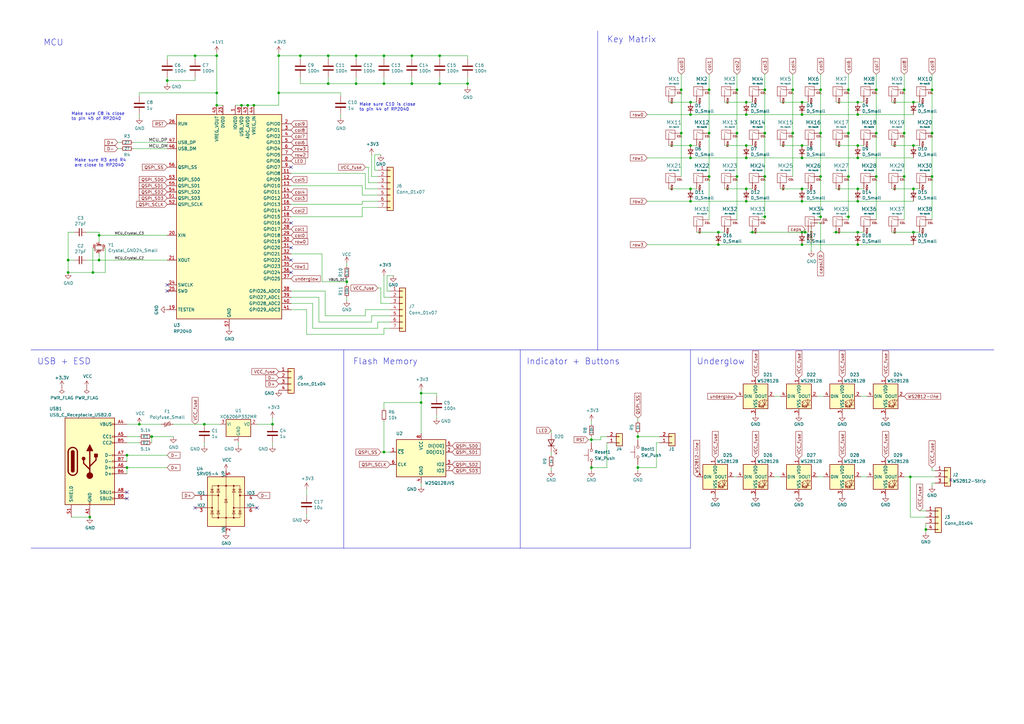
<source format=kicad_sch>
(kicad_sch (version 20230121) (generator eeschema)
  (paper "A3")
  (title_block (title "QEZ 2040") (date "2022-08-10") (rev "0.1"))
  (lib_symbols
    (symbol "Connector:USB_C_Receptacle_USB2.0" (pin_names (offset 1.016))
      (property "Reference" "J" (at -10.16 19.05 0))
      (property "Value" "USB_C_Receptacle_USB2.0" (at 19.05 19.05 0))
      (symbol "USB_C_Receptacle_USB2.0_1_1"
        (pin passive line (at 0 -22.86 90) (length 5.08) (name "GND") (number "A1"))
        (pin passive line (at 0 -22.86 90) (length 5.08) hide (name "GND") (number "A12"))
        (pin passive line (at 15.24 15.24 180) (length 5.08) (name "VBUS") (number "A4"))
        (pin bidirectional line (at 15.24 10.16 180) (length 5.08) (name "CC1") (number "A5"))
        (pin bidirectional line (at 15.24 -2.54 180) (length 5.08) (name "D+") (number "A6"))
        (pin bidirectional line (at 15.24 2.54 180) (length 5.08) (name "D-") (number "A7"))
        (pin bidirectional line (at 15.24 -12.7 180) (length 5.08) (name "SBU1") (number "A8"))
        (pin passive line (at 15.24 15.24 180) (length 5.08) hide (name "VBUS") (number "A9"))
        (pin passive line (at 0 -22.86 90) (length 5.08) hide (name "GND") (number "B1"))
        (pin passive line (at 0 -22.86 90) (length 5.08) hide (name "GND") (number "B12"))
        (pin passive line (at 15.24 15.24 180) (length 5.08) hide (name "VBUS") (number "B4"))
        (pin bidirectional line (at 15.24 7.62 180) (length 5.08) (name "CC2") (number "B5"))
        (pin bidirectional line (at 15.24 -5.08 180) (length 5.08) (name "D+") (number "B6"))
        (pin bidirectional line (at 15.24 0 180) (length 5.08) (name "D-") (number "B7"))
        (pin bidirectional line (at 15.24 -15.24 180) (length 5.08) (name "SBU2") (number "B8"))
        (pin passive line (at 15.24 15.24 180) (length 5.08) hide (name "VBUS") (number "B9"))
        (pin passive line (at -7.62 -22.86 90) (length 5.08) (name "SHIELD") (number "S1"))
      )
    )
    (symbol "Connector_Generic:Conn_01x02" (pin_names (offset 1.016) hide)
      (property "Reference" "J" (at 0 2.54 0))
      (property "Value" "Conn_01x02" (at 0 -5.08 0))
      (symbol "Conn_01x02_1_1"
        (pin passive line (at -5.08 0 0) (length 3.81) (name "Pin_1") (number "1"))
        (pin passive line (at -5.08 -2.54 0) (length 3.81) (name "Pin_2") (number "2"))
      )
    )
    (symbol "Connector_Generic:Conn_01x03" (pin_names (offset 1.016) hide)
      (property "Reference" "J" (at 0 5.08 0))
      (property "Value" "Conn_01x03" (at 0 -5.08 0))
      (symbol "Conn_01x03_1_1"
        (pin passive line (at -5.08 2.54 0) (length 3.81) (name "Pin_1") (number "1"))
        (pin passive line (at -5.08 0 0) (length 3.81) (name "Pin_2") (number "2"))
        (pin passive line (at -5.08 -2.54 0) (length 3.81) (name "Pin_3") (number "3"))
      )
    )
    (symbol "Connector_Generic:Conn_01x04" (pin_names (offset 1.016) hide)
      (property "Reference" "J" (at 0 5.08 0))
      (property "Value" "Conn_01x04" (at 0 -7.62 0))
      (symbol "Conn_01x04_1_1"
        (pin passive line (at -5.08 2.54 0) (length 3.81) (name "Pin_1") (number "1"))
        (pin passive line (at -5.08 0 0) (length 3.81) (name "Pin_2") (number "2"))
        (pin passive line (at -5.08 -2.54 0) (length 3.81) (name "Pin_3") (number "3"))
        (pin passive line (at -5.08 -5.08 0) (length 3.81) (name "Pin_4") (number "4"))
      )
    )
    (symbol "Connector_Generic:Conn_01x07" (pin_names (offset 1.016) hide)
      (property "Reference" "J" (at 0 10.16 0))
      (property "Value" "Conn_01x07" (at 0 -10.16 0))
      (symbol "Conn_01x07_1_1"
        (pin passive line (at -5.08 7.62 0) (length 3.81) (name "Pin_1") (number "1"))
        (pin passive line (at -5.08 5.08 0) (length 3.81) (name "Pin_2") (number "2"))
        (pin passive line (at -5.08 2.54 0) (length 3.81) (name "Pin_3") (number "3"))
        (pin passive line (at -5.08 0 0) (length 3.81) (name "Pin_4") (number "4"))
        (pin passive line (at -5.08 -2.54 0) (length 3.81) (name "Pin_5") (number "5"))
        (pin passive line (at -5.08 -5.08 0) (length 3.81) (name "Pin_6") (number "6"))
        (pin passive line (at -5.08 -7.62 0) (length 3.81) (name "Pin_7") (number "7"))
      )
    )
    (symbol "Device:C" (pin_numbers hide) (pin_names (offset 0.254))
      (property "Reference" "C" (at 0.635 2.54 0))
      (property "Value" "C" (at 0.635 -2.54 0))
      (symbol "C_1_1"
        (pin passive line (at 0 3.81 270) (length 2.794) (name "~") (number "1"))
        (pin passive line (at 0 -3.81 90) (length 2.794) (name "~") (number "2"))
      )
    )
    (symbol "Device:C_Small" (pin_numbers hide) (pin_names (offset 0.254) hide)
      (property "Reference" "C" (at 0.254 1.778 0))
      (property "Value" "C_Small" (at 0.254 -2.032 0))
      (symbol "C_Small_1_1"
        (pin passive line (at 0 2.54 270) (length 2.032) (name "~") (number "1"))
        (pin passive line (at 0 -2.54 90) (length 2.032) (name "~") (number "2"))
      )
    )
    (symbol "Device:Crystal_GND24_Small" (pin_names (offset 1.016) hide)
      (property "Reference" "Y" (at 1.27 4.445 0))
      (property "Value" "Crystal_GND24_Small" (at 1.27 2.54 0))
      (symbol "Crystal_GND24_Small_1_1"
        (pin passive line (at -2.54 0 0) (length 1.27) (name "1") (number "1"))
        (pin passive line (at 0 -2.54 90) (length 0.635) (name "2") (number "2"))
        (pin passive line (at 2.54 0 180) (length 1.27) (name "3") (number "3"))
        (pin passive line (at 0 2.54 270) (length 0.635) (name "4") (number "4"))
      )
    )
    (symbol "Device:D_Small" (pin_numbers hide) (pin_names (offset 0.254) hide)
      (property "Reference" "D" (at -1.27 2.032 0))
      (property "Value" "D_Small" (at -3.81 -2.032 0))
      (symbol "D_Small_1_1"
        (pin passive line (at -2.54 0 0) (length 1.778) (name "K") (number "1"))
        (pin passive line (at 2.54 0 180) (length 1.778) (name "A") (number "2"))
      )
    )
    (symbol "Device:LED" (pin_numbers hide) (pin_names (offset 1.016) hide)
      (property "Reference" "D" (at 0 2.54 0))
      (property "Value" "LED" (at 0 -2.54 0))
      (symbol "LED_1_1"
        (pin passive line (at -3.81 0 0) (length 2.54) (name "K") (number "1"))
        (pin passive line (at 3.81 0 180) (length 2.54) (name "A") (number "2"))
      )
    )
    (symbol "Device:Polyfuse_Small" (pin_numbers hide) (pin_names (offset 0))
      (property "Reference" "F" (at -1.905 0 90))
      (property "Value" "Polyfuse_Small" (at 1.905 0 90))
      (symbol "Polyfuse_Small_1_1"
        (pin passive line (at 0 2.54 270) (length 0.635) (name "~") (number "1"))
        (pin passive line (at 0 -2.54 90) (length 0.635) (name "~") (number "2"))
      )
    )
    (symbol "Device:R_Small" (pin_numbers hide) (pin_names (offset 0.254) hide)
      (property "Reference" "R" (at 0.762 0.508 0))
      (property "Value" "R_Small" (at 0.762 -1.016 0))
      (symbol "R_Small_1_1"
        (pin passive line (at 0 2.54 270) (length 0.762) (name "~") (number "1"))
        (pin passive line (at 0 -2.54 90) (length 0.762) (name "~") (number "2"))
      )
    )
    (symbol "LED:WS2812B" (pin_names (offset 0.254))
      (property "Reference" "D" (at 5.08 5.715 0))
      (property "Value" "WS2812B" (at 1.27 -5.715 0))
      (symbol "WS2812B_0_0"
        (text "RGB" (at 2.286 -4.191 0) (effects (font (size 0.762 0.762))))
      )
      (symbol "WS2812B_1_1"
        (pin power_in line (at 0 7.62 270) (length 2.54) (name "VDD") (number "1"))
        (pin output line (at 7.62 0 180) (length 2.54) (name "DOUT") (number "2"))
        (pin power_in line (at 0 -7.62 90) (length 2.54) (name "VSS") (number "3"))
        (pin input line (at -7.62 0 0) (length 2.54) (name "DIN") (number "4"))
      )
    )
    (symbol "MCU_RaspberryPi:RP2040"
      (property "Reference" "U" (at 17.78 45.72 0))
      (property "Value" "RP2040" (at 17.78 43.18 0))
      (symbol "RP2040_1_1"
        (pin power_in line (at 2.54 45.72 270) (length 3.81) (name "IOVDD") (number "1"))
        (pin passive line (at 2.54 45.72 270) (length 3.81) hide (name "IOVDD") (number "10"))
        (pin bidirectional line (at 25.4 17.78 180) (length 3.81) (name "GPIO8") (number "11"))
        (pin bidirectional line (at 25.4 15.24 180) (length 3.81) (name "GPIO9") (number "12"))
        (pin bidirectional line (at 25.4 12.7 180) (length 3.81) (name "GPIO10") (number "13"))
        (pin bidirectional line (at 25.4 10.16 180) (length 3.81) (name "GPIO11") (number "14"))
        (pin bidirectional line (at 25.4 7.62 180) (length 3.81) (name "GPIO12") (number "15"))
        (pin bidirectional line (at 25.4 5.08 180) (length 3.81) (name "GPIO13") (number "16"))
        (pin bidirectional line (at 25.4 2.54 180) (length 3.81) (name "GPIO14") (number "17"))
        (pin bidirectional line (at 25.4 0 180) (length 3.81) (name "GPIO15") (number "18"))
        (pin input line (at -25.4 -38.1 0) (length 3.81) (name "TESTEN") (number "19"))
        (pin bidirectional line (at 25.4 38.1 180) (length 3.81) (name "GPIO0") (number "2"))
        (pin input line (at -25.4 -7.62 0) (length 3.81) (name "XIN") (number "20"))
        (pin passive line (at -25.4 -17.78 0) (length 3.81) (name "XOUT") (number "21"))
        (pin passive line (at 2.54 45.72 270) (length 3.81) hide (name "IOVDD") (number "22"))
        (pin power_in line (at -2.54 45.72 270) (length 3.81) (name "DVDD") (number "23"))
        (pin output line (at -25.4 -27.94 0) (length 3.81) (name "SWCLK") (number "24"))
        (pin bidirectional line (at -25.4 -30.48 0) (length 3.81) (name "SWD") (number "25"))
        (pin input line (at -25.4 38.1 0) (length 3.81) (name "RUN") (number "26"))
        (pin bidirectional line (at 25.4 -2.54 180) (length 3.81) (name "GPIO16") (number "27"))
        (pin bidirectional line (at 25.4 -5.08 180) (length 3.81) (name "GPIO17") (number "28"))
        (pin bidirectional line (at 25.4 -7.62 180) (length 3.81) (name "GPIO18") (number "29"))
        (pin bidirectional line (at 25.4 35.56 180) (length 3.81) (name "GPIO1") (number "3"))
        (pin bidirectional line (at 25.4 -10.16 180) (length 3.81) (name "GPIO19") (number "30"))
        (pin bidirectional line (at 25.4 -12.7 180) (length 3.81) (name "GPIO20") (number "31"))
        (pin bidirectional line (at 25.4 -15.24 180) (length 3.81) (name "GPIO21") (number "32"))
        (pin passive line (at 2.54 45.72 270) (length 3.81) hide (name "IOVDD") (number "33"))
        (pin bidirectional line (at 25.4 -17.78 180) (length 3.81) (name "GPIO22") (number "34"))
        (pin bidirectional line (at 25.4 -20.32 180) (length 3.81) (name "GPIO23") (number "35"))
        (pin bidirectional line (at 25.4 -22.86 180) (length 3.81) (name "GPIO24") (number "36"))
        (pin bidirectional line (at 25.4 -25.4 180) (length 3.81) (name "GPIO25") (number "37"))
        (pin bidirectional line (at 25.4 -30.48 180) (length 3.81) (name "GPIO26_ADC0") (number "38"))
        (pin bidirectional line (at 25.4 -33.02 180) (length 3.81) (name "GPIO27_ADC1") (number "39"))
        (pin bidirectional line (at 25.4 33.02 180) (length 3.81) (name "GPIO2") (number "4"))
        (pin bidirectional line (at 25.4 -35.56 180) (length 3.81) (name "GPIO28_ADC2") (number "40"))
        (pin bidirectional line (at 25.4 -38.1 180) (length 3.81) (name "GPIO29_ADC3") (number "41"))
        (pin passive line (at 2.54 45.72 270) (length 3.81) hide (name "IOVDD") (number "42"))
        (pin power_in line (at 7.62 45.72 270) (length 3.81) (name "ADC_AVDD") (number "43"))
        (pin power_in line (at 10.16 45.72 270) (length 3.81) (name "VREG_IN") (number "44"))
        (pin power_out line (at -5.08 45.72 270) (length 3.81) (name "VREG_VOUT") (number "45"))
        (pin bidirectional line (at -25.4 27.94 0) (length 3.81) (name "USB_DM") (number "46"))
        (pin bidirectional line (at -25.4 30.48 0) (length 3.81) (name "USB_DP") (number "47"))
        (pin power_in line (at 5.08 45.72 270) (length 3.81) (name "USB_VDD") (number "48"))
        (pin passive line (at 2.54 45.72 270) (length 3.81) hide (name "IOVDD") (number "49"))
        (pin bidirectional line (at 25.4 30.48 180) (length 3.81) (name "GPIO3") (number "5"))
        (pin passive line (at -2.54 45.72 270) (length 3.81) hide (name "DVDD") (number "50"))
        (pin bidirectional line (at -25.4 7.62 0) (length 3.81) (name "QSPI_SD3") (number "51"))
        (pin output line (at -25.4 5.08 0) (length 3.81) (name "QSPI_SCLK") (number "52"))
        (pin bidirectional line (at -25.4 15.24 0) (length 3.81) (name "QSPI_SD0") (number "53"))
        (pin bidirectional line (at -25.4 10.16 0) (length 3.81) (name "QSPI_SD2") (number "54"))
        (pin bidirectional line (at -25.4 12.7 0) (length 3.81) (name "QSPI_SD1") (number "55"))
        (pin bidirectional line (at -25.4 20.32 0) (length 3.81) (name "QSPI_SS") (number "56"))
        (pin power_in line (at 0 -45.72 90) (length 3.81) (name "GND") (number "57"))
        (pin bidirectional line (at 25.4 27.94 180) (length 3.81) (name "GPIO4") (number "6"))
        (pin bidirectional line (at 25.4 25.4 180) (length 3.81) (name "GPIO5") (number "7"))
        (pin bidirectional line (at 25.4 22.86 180) (length 3.81) (name "GPIO6") (number "8"))
        (pin bidirectional line (at 25.4 20.32 180) (length 3.81) (name "GPIO7") (number "9"))
      )
    )
    (symbol "MX_Alps_Hybrid:MX-LED" (pin_names (offset 1.016))
      (property "Reference" "MX" (at -0.635 3.81 0))
      (property "Value" "MX-LED" (at -0.635 1.27 0))
      (symbol "MX-LED_0_0"
        (text "COL" (at 5.715 1.27 0) (effects (font (size 0.762 0.762))))
        (text "LED" (at 4.445 0 0) (effects (font (size 0.762 0.762))))
        (text "ROW" (at -1.27 -4.445 900) (effects (font (size 0.762 0.762)) (justify right)))
      )
      (symbol "MX-LED_1_0"
        (text "LEDGND" (at 0 -3.175 900) (effects (font (size 0.762 0.762)) (justify right)))
      )
      (symbol "MX-LED_1_1"
        (pin passive line (at 3.81 1.27 180) (length 2.54) (name "COL") (number "1"))
        (pin passive line (at -1.27 -3.81 90) (length 2.54) (name "ROW") (number "2"))
        (pin input line (at 2.54 0 180) (length 1.27) (name "LED") (number "3"))
        (pin passive line (at 0 -2.54 90) (length 1.27) (name "LEDGND") (number "4"))
      )
    )
    (symbol "MX_Alps_Hybrid:MX-NoLED" (pin_names (offset 1.016))
      (property "Reference" "MX" (at -0.635 3.81 0))
      (property "Value" "MX-NoLED" (at -0.635 1.27 0))
      (symbol "MX-NoLED_0_0"
        (text "COL" (at 3.175 0 0) (effects (font (size 0.762 0.762))))
        (text "ROW" (at 0 -1.905 900) (effects (font (size 0.762 0.762)) (justify right)))
      )
      (symbol "MX-NoLED_1_1"
        (pin passive line (at 3.81 1.27 180) (length 2.54) (name "COL") (number "1"))
        (pin passive line (at -1.27 -3.81 90) (length 2.54) (name "ROW") (number "2"))
      )
    )
    (symbol "Memory_Flash:W25Q128JVS"
      (property "Reference" "U" (at -8.89 8.89 0))
      (property "Value" "W25Q128JVS" (at 7.62 8.89 0))
      (symbol "W25Q128JVS_1_1"
        (pin input line (at -12.7 2.54 0) (length 2.54) (name "~{CS}") (number "1"))
        (pin bidirectional line (at 12.7 2.54 180) (length 2.54) (name "DO(IO1)") (number "2"))
        (pin bidirectional line (at 12.7 -2.54 180) (length 2.54) (name "IO2") (number "3"))
        (pin power_in line (at 0 -10.16 90) (length 2.54) (name "GND") (number "4"))
        (pin bidirectional line (at 12.7 5.08 180) (length 2.54) (name "DI(IO0)") (number "5"))
        (pin input line (at -12.7 -2.54 0) (length 2.54) (name "CLK") (number "6"))
        (pin bidirectional line (at 12.7 -5.08 180) (length 2.54) (name "IO3") (number "7"))
        (pin power_in line (at 0 10.16 270) (length 2.54) (name "VCC") (number "8"))
      )
    )
    (symbol "Power_Protection:SRV05-4" (pin_names (offset 0))
      (property "Reference" "U" (at -5.08 11.43 0))
      (property "Value" "SRV05-4" (at 2.54 11.43 0))
      (symbol "SRV05-4_1_1"
        (pin passive line (at -12.7 2.54 0) (length 5.08) (name "IO1") (number "1"))
        (pin passive line (at 0 -12.7 90) (length 2.54) (name "VN") (number "2"))
        (pin passive line (at -12.7 -2.54 0) (length 5.08) (name "IO2") (number "3"))
        (pin passive line (at 12.7 2.54 180) (length 5.08) (name "IO3") (number "4"))
        (pin passive line (at 0 12.7 270) (length 2.54) (name "VP") (number "5"))
        (pin passive line (at 12.7 -2.54 180) (length 5.08) (name "IO4") (number "6"))
      )
    )
    (symbol "Regulator_Linear:XC6206PxxxMR" (pin_names (offset 0.254))
      (property "Reference" "U" (at -3.81 3.175 0))
      (property "Value" "XC6206PxxxMR" (at 0 3.175 0))
      (symbol "XC6206PxxxMR_1_1"
        (pin power_in line (at 0 -7.62 90) (length 2.54) (name "GND") (number "1"))
        (pin power_out line (at 7.62 0 180) (length 2.54) (name "VO") (number "2"))
        (pin power_in line (at -7.62 0 0) (length 2.54) (name "VI") (number "3"))
      )
    )
    (symbol "Switch:SW_Push" (pin_numbers hide) (pin_names (offset 1.016) hide)
      (property "Reference" "SW" (at 1.27 2.54 0))
      (property "Value" "SW_Push" (at 0 -1.524 0))
      (symbol "SW_Push_0_1"
        (pin passive line (at -5.08 0 0) (length 2.54) (name "1") (number "1"))
        (pin passive line (at 5.08 0 180) (length 2.54) (name "2") (number "2"))
      )
    )
    (symbol "power:+1V1" (power) (pin_names (offset 0))
      (property "Value" "+1V1" (at 0 3.556 0))
      (symbol "+1V1_1_1"
        (pin power_in line (at 0 0 90) (length 0) hide (name "+1V1") (number "1"))
      )
    )
    (symbol "power:+3.3V" (power) (pin_names (offset 0))
      (property "Value" "+3.3V" (at 0 3.556 0))
      (symbol "+3.3V_1_1"
        (pin power_in line (at 0 0 90) (length 0) hide (name "+3.3V") (number "1"))
      )
    )
    (symbol "power:+3V3" (power) (pin_names (offset 0))
      (property "Value" "+3V3" (at 0 3.556 0))
      (symbol "+3V3_1_1"
        (pin power_in line (at 0 0 90) (length 0) hide (name "+3V3") (number "1"))
      )
    )
    (symbol "power:GND" (power) (pin_names (offset 0))
      (property "Value" "GND" (at 0 -3.81 0))
      (symbol "GND_1_1"
        (pin power_in line (at 0 0 270) (length 0) hide (name "GND") (number "1"))
      )
    )
    (symbol "power:PWR_FLAG" (power) (pin_numbers hide) (pin_names (offset 0) hide)
      (property "Value" "PWR_FLAG" (at 0 3.81 0))
      (symbol "PWR_FLAG_0_0"
        (pin power_out line (at 0 0 90) (length 0) (name "pwr") (number "1"))
      )
    )
    (symbol "power:VCC" (power) (pin_names (offset 0))
      (property "Value" "VCC" (at 0 3.81 0))
      (symbol "VCC_1_1"
        (pin power_in line (at 0 0 90) (length 0) hide (name "VCC") (number "1"))
      )
    )
  )
  (junction (at 290.83 54.61))
  (junction (at 347.98 88.9))
  (junction (at 373.38 195.58))
  (junction (at 168.91 22.86))
  (junction (at 359.41 36.83))
  (junction (at 351.79 95.25))
  (junction (at 88.9 38.1))
  (junction (at 328.93 64.77))
  (junction (at 290.83 36.83))
  (junction (at 370.84 54.61))
  (junction (at 180.34 34.29))
  (junction (at 261.62 179.07))
  (junction (at 330.2 95.25))
  (junction (at 351.79 100.33))
  (junction (at 328.93 41.91))
  (junction (at 328.93 46.99))
  (junction (at 99.06 43.18))
  (junction (at 290.83 72.39))
  (junction (at 382.27 36.83))
  (junction (at 308.61 95.25))
  (junction (at 88.9 22.86))
  (junction (at 328.93 77.47))
  (junction (at 336.55 72.39))
  (junction (at 52.07 186.69))
  (junction (at 347.98 36.83))
  (junction (at 146.05 22.86))
  (junction (at 351.79 77.47))
  (junction (at 294.64 95.25))
  (junction (at 306.07 64.77))
  (junction (at 325.12 36.83))
  (junction (at 374.65 41.91))
  (junction (at 134.62 22.86))
  (junction (at 283.21 41.91))
  (junction (at 342.9 95.25))
  (junction (at 172.72 165.1))
  (junction (at 306.07 59.69))
  (junction (at 351.79 64.77))
  (junction (at 374.65 95.25))
  (junction (at 313.69 88.9))
  (junction (at 302.26 54.61))
  (junction (at 313.69 72.39))
  (junction (at 382.27 72.39))
  (junction (at 88.9 43.18))
  (junction (at 168.91 34.29))
  (junction (at 382.27 54.61))
  (junction (at 180.34 22.86))
  (junction (at 279.4 54.61))
  (junction (at 328.93 95.25))
  (junction (at 191.77 34.29))
  (junction (at 302.26 36.83))
  (junction (at 306.07 46.99))
  (junction (at 359.41 72.39))
  (junction (at 83.82 173.99))
  (junction (at 306.07 82.55))
  (junction (at 114.3 38.1))
  (junction (at 101.6 43.18))
  (junction (at 351.79 46.99))
  (junction (at 283.21 46.99))
  (junction (at 134.62 34.29))
  (junction (at 336.55 88.9))
  (junction (at 313.69 54.61))
  (junction (at 283.21 64.77))
  (junction (at 38.1 111.76))
  (junction (at 40.64 96.52))
  (junction (at 27.94 111.76))
  (junction (at 313.69 36.83))
  (junction (at 157.48 34.29))
  (junction (at 172.72 161.29))
  (junction (at 123.19 22.86))
  (junction (at 370.84 36.83))
  (junction (at 283.21 77.47))
  (junction (at 328.93 100.33))
  (junction (at 142.24 115.57))
  (junction (at 283.21 82.55))
  (junction (at 347.98 54.61))
  (junction (at 146.05 34.29))
  (junction (at 40.64 106.68))
  (junction (at 283.21 59.69))
  (junction (at 111.76 173.99))
  (junction (at 306.07 41.91))
  (junction (at 351.79 41.91))
  (junction (at 242.57 191.77))
  (junction (at 325.12 54.61))
  (junction (at 62.23 179.07))
  (junction (at 370.84 72.39))
  (junction (at 306.07 77.47))
  (junction (at 359.41 54.61))
  (junction (at 114.3 22.86))
  (junction (at 328.93 82.55))
  (junction (at 68.58 33.02))
  (junction (at 347.98 72.39))
  (junction (at 261.62 191.77))
  (junction (at 157.48 22.86))
  (junction (at 302.26 72.39))
  (junction (at 336.55 36.83))
  (junction (at 52.07 191.77))
  (junction (at 80.01 22.86))
  (junction (at 27.94 106.68))
  (junction (at 351.79 82.55))
  (junction (at 242.57 180.34))
  (junction (at 351.79 59.69))
  (junction (at 379.73 217.17))
  (junction (at 336.55 54.61))
  (junction (at 294.64 100.33))
  (junction (at 279.4 36.83))
  (junction (at 157.48 185.42))
  (junction (at 36.83 212.09))
  (junction (at 104.14 43.18))
  (junction (at 374.65 59.69))
  (junction (at 328.93 59.69))
  (junction (at 374.65 77.47))
  (junction (at 57.15 173.99))
  (no_connect (at 68.58 119.38))
  (no_connect (at 68.58 116.84))
  (no_connect (at 389.89 196.85))
  (no_connect (at 105.41 208.28))
  (no_connect (at 80.01 208.28))
  (no_connect (at 52.07 201.93))
  (no_connect (at 52.07 204.47))
  (no_connect (at 119.38 91.44))
  (no_connect (at 119.38 101.6))
  (no_connect (at 119.38 111.76))
  (no_connect (at 119.38 68.58))
  (no_connect (at 119.38 106.68))
  (wire (pts (xy 351.79 82.55) (xy 374.65 82.55)))
  (wire (pts (xy 149.86 71.12) (xy 149.86 77.47)))
  (wire (pts (xy 154.94 134.62) (xy 154.94 132.08)))
  (wire (pts (xy 157.48 31.75) (xy 157.48 34.29)))
  (wire (pts (xy 359.41 54.61) (xy 359.41 36.83)))
  (wire (pts (xy 57.15 38.1) (xy 88.9 38.1)))
  (wire (pts (xy 157.48 137.16) (xy 157.48 134.62)))
  (wire (pts (xy 38.1 111.76) (xy 43.18 111.76)))
  (wire (pts (xy 128.27 134.62) (xy 154.94 134.62)))
  (wire (pts (xy 154.94 118.11) (xy 156.21 118.11)))
  (wire (pts (xy 328.93 59.69) (xy 320.04 59.69)))
  (wire (pts (xy 374.65 59.69) (xy 365.76 59.69)))
  (wire (pts (xy 302.26 30.48) (xy 302.26 36.83)))
  (wire (pts (xy 382.27 199.39) (xy 382.27 198.12)))
  (polyline (pts (xy 283.21 224.79) (xy 283.21 143.51)))
  (wire (pts (xy 156.21 63.5) (xy 153.67 63.5)))
  (wire (pts (xy 114.3 22.86) (xy 123.19 22.86)))
  (wire (pts (xy 261.62 179.07) (xy 270.51 179.07)))
  (polyline (pts (xy 12.7 143.51) (xy 245.11 143.51)))
  (wire (pts (xy 149.86 68.58) (xy 151.13 68.58)))
  (wire (pts (xy 285.75 77.47) (xy 283.21 77.47)))
  (wire (pts (xy 306.07 46.99) (xy 328.93 46.99)))
  (wire (pts (xy 168.91 31.75) (xy 168.91 34.29)))
  (wire (pts (xy 101.6 43.18) (xy 104.14 43.18)))
  (wire (pts (xy 285.75 41.91) (xy 283.21 41.91)))
  (wire (pts (xy 105.41 173.99) (xy 111.76 173.99)))
  (wire (pts (xy 152.4 129.54) (xy 160.02 129.54)))
  (wire (pts (xy 148.59 83.82) (xy 148.59 82.55)))
  (wire (pts (xy 347.98 36.83) (xy 347.98 54.61)))
  (wire (pts (xy 374.65 77.47) (xy 365.76 77.47)))
  (wire (pts (xy 83.82 181.61) (xy 83.82 182.88)))
  (wire (pts (xy 351.79 41.91) (xy 342.9 41.91)))
  (wire (pts (xy 261.62 171.45) (xy 261.62 172.72)))
  (wire (pts (xy 328.93 46.99) (xy 351.79 46.99)))
  (wire (pts (xy 336.55 72.39) (xy 336.55 54.61)))
  (wire (pts (xy 71.12 173.99) (xy 83.82 173.99)))
  (wire (pts (xy 158.75 113.03) (xy 158.75 119.38)))
  (wire (pts (xy 146.05 34.29) (xy 134.62 34.29)))
  (wire (pts (xy 379.73 214.63) (xy 379.73 217.17)))
  (wire (pts (xy 146.05 22.86) (xy 157.48 22.86)))
  (wire (pts (xy 119.38 88.9) (xy 148.59 88.9)))
  (wire (pts (xy 377.19 77.47) (xy 374.65 77.47)))
  (wire (pts (xy 157.48 165.1) (xy 157.48 167.64)))
  (wire (pts (xy 27.94 106.68) (xy 27.94 111.76)))
  (wire (pts (xy 377.19 59.69) (xy 374.65 59.69)))
  (wire (pts (xy 132.08 115.57) (xy 142.24 115.57)))
  (wire (pts (xy 331.47 41.91) (xy 328.93 41.91)))
  (wire (pts (xy 119.38 71.12) (xy 149.86 71.12)))
  (wire (pts (xy 382.27 90.17) (xy 382.27 72.39)))
  (wire (pts (xy 242.57 179.07) (xy 242.57 180.34)))
  (wire (pts (xy 125.73 127) (xy 125.73 137.16)))
  (wire (pts (xy 306.07 77.47) (xy 297.18 77.47)))
  (wire (pts (xy 88.9 22.86) (xy 88.9 38.1)))
  (wire (pts (xy 290.83 54.61) (xy 290.83 72.39)))
  (wire (pts (xy 38.1 101.6) (xy 38.1 111.76)))
  (wire (pts (xy 317.5 162.56) (xy 320.04 162.56)))
  (wire (pts (xy 373.38 195.58) (xy 373.38 212.09)))
  (wire (pts (xy 52.07 186.69) (xy 68.58 186.69)))
  (wire (pts (xy 119.38 76.2) (xy 148.59 76.2)))
  (wire (pts (xy 351.79 100.33) (xy 374.65 100.33)))
  (wire (pts (xy 370.84 54.61) (xy 370.84 72.39)))
  (wire (pts (xy 242.57 180.34) (xy 242.57 181.61)))
  (wire (pts (xy 68.58 24.13) (xy 68.58 22.86)))
  (wire (pts (xy 370.84 195.58) (xy 373.38 195.58)))
  (wire (pts (xy 335.28 195.58) (xy 337.82 195.58)))
  (wire (pts (xy 149.86 129.54) (xy 149.86 127)))
  (wire (pts (xy 157.48 172.72) (xy 157.48 185.42)))
  (wire (pts (xy 328.93 82.55) (xy 351.79 82.55)))
  (wire (pts (xy 300.99 195.58) (xy 302.26 195.58)))
  (wire (pts (xy 133.35 129.54) (xy 149.86 129.54)))
  (wire (pts (xy 354.33 95.25) (xy 351.79 95.25)))
  (wire (pts (xy 83.82 173.99) (xy 90.17 173.99)))
  (wire (pts (xy 242.57 191.77) (xy 242.57 193.04)))
  (wire (pts (xy 325.12 36.83) (xy 325.12 54.61)))
  (wire (pts (xy 148.59 80.01) (xy 154.94 80.01)))
  (wire (pts (xy 27.94 106.68) (xy 27.94 95.25)))
  (wire (pts (xy 48.26 58.42) (xy 49.53 58.42)))
  (wire (pts (xy 226.06 191.77) (xy 226.06 193.04)))
  (wire (pts (xy 370.84 72.39) (xy 370.84 90.17)))
  (wire (pts (xy 328.93 64.77) (xy 351.79 64.77)))
  (wire (pts (xy 191.77 31.75) (xy 191.77 34.29)))
  (wire (pts (xy 157.48 134.62) (xy 160.02 134.62)))
  (wire (pts (xy 379.73 209.55) (xy 377.19 209.55)))
  (wire (pts (xy 40.64 95.25) (xy 40.64 96.52)))
  (wire (pts (xy 351.79 59.69) (xy 342.9 59.69)))
  (wire (pts (xy 30.48 106.68) (xy 27.94 106.68)))
  (wire (pts (xy 180.34 34.29) (xy 191.77 34.29)))
  (polyline (pts (xy 140.97 224.79) (xy 213.36 224.79)))
  (wire (pts (xy 179.07 161.29) (xy 172.72 161.29)))
  (wire (pts (xy 40.64 104.14) (xy 40.64 106.68)))
  (wire (pts (xy 382.27 191.77) (xy 382.27 193.04)))
  (wire (pts (xy 123.19 24.13) (xy 123.19 22.86)))
  (wire (pts (xy 179.07 162.56) (xy 179.07 161.29)))
  (wire (pts (xy 346.71 88.9) (xy 347.98 88.9)))
  (wire (pts (xy 29.21 212.09) (xy 36.83 212.09)))
  (wire (pts (xy 313.69 54.61) (xy 313.69 72.39)))
  (wire (pts (xy 248.92 179.07) (xy 246.38 179.07)))
  (wire (pts (xy 359.41 72.39) (xy 359.41 54.61)))
  (wire (pts (xy 52.07 189.23) (xy 52.07 186.69)))
  (wire (pts (xy 279.4 30.48) (xy 279.4 36.83)))
  (wire (pts (xy 172.72 198.12) (xy 172.72 199.39)))
  (polyline (pts (xy 12.7 224.79) (xy 140.97 224.79)))
  (wire (pts (xy 261.62 179.07) (xy 261.62 180.34)))
  (wire (pts (xy 283.21 46.99) (xy 306.07 46.99)))
  (wire (pts (xy 153.67 69.85) (xy 154.94 69.85)))
  (wire (pts (xy 43.18 101.6) (xy 43.18 111.76)))
  (wire (pts (xy 279.4 36.83) (xy 279.4 54.61)))
  (wire (pts (xy 134.62 22.86) (xy 146.05 22.86)))
  (wire (pts (xy 313.69 36.83) (xy 313.69 54.61)))
  (wire (pts (xy 156.21 118.11) (xy 156.21 124.46)))
  (wire (pts (xy 313.69 36.83) (xy 313.69 30.48)))
  (wire (pts (xy 351.79 46.99) (xy 374.65 46.99)))
  (wire (pts (xy 142.24 107.95) (xy 142.24 109.22)))
  (wire (pts (xy 308.61 77.47) (xy 306.07 77.47)))
  (wire (pts (xy 52.07 194.31) (xy 52.07 191.77)))
  (wire (pts (xy 153.67 63.5) (xy 153.67 69.85)))
  (wire (pts (xy 370.84 36.83) (xy 370.84 54.61)))
  (wire (pts (xy 99.06 43.18) (xy 101.6 43.18)))
  (wire (pts (xy 302.26 54.61) (xy 302.26 36.83)))
  (polyline (pts (xy 213.36 224.79) (xy 283.21 224.79)))
  (wire (pts (xy 382.27 54.61) (xy 382.27 36.83)))
  (wire (pts (xy 168.91 34.29) (xy 157.48 34.29)))
  (wire (pts (xy 347.98 90.17) (xy 347.98 88.9)))
  (wire (pts (xy 359.41 90.17) (xy 359.41 72.39)))
  (wire (pts (xy 157.48 121.92) (xy 160.02 121.92)))
  (wire (pts (xy 325.12 30.48) (xy 325.12 36.83)))
  (wire (pts (xy 35.56 106.68) (xy 40.64 106.68)))
  (wire (pts (xy 347.98 88.9) (xy 347.98 72.39)))
  (wire (pts (xy 111.76 181.61) (xy 111.76 182.88)))
  (wire (pts (xy 285.75 59.69) (xy 283.21 59.69)))
  (wire (pts (xy 331.47 59.69) (xy 328.93 59.69)))
  (wire (pts (xy 114.3 21.59) (xy 114.3 22.86)))
  (wire (pts (xy 172.72 161.29) (xy 172.72 165.1)))
  (wire (pts (xy 290.83 36.83) (xy 290.83 30.48)))
  (wire (pts (xy 328.93 95.25) (xy 330.2 95.25)))
  (wire (pts (xy 328.93 41.91) (xy 320.04 41.91)))
  (wire (pts (xy 88.9 43.18) (xy 91.44 43.18)))
  (wire (pts (xy 294.64 100.33) (xy 328.93 100.33)))
  (wire (pts (xy 148.59 88.9) (xy 148.59 85.09)))
  (polyline (pts (xy 245.11 12.7) (xy 245.11 143.51)))
  (wire (pts (xy 88.9 38.1) (xy 88.9 43.18)))
  (wire (pts (xy 382.27 198.12) (xy 383.54 198.12)))
  (wire (pts (xy 180.34 34.29) (xy 168.91 34.29)))
  (wire (pts (xy 40.64 106.68) (xy 68.58 106.68)))
  (wire (pts (xy 370.84 30.48) (xy 370.84 36.83)))
  (wire (pts (xy 125.73 137.16) (xy 157.48 137.16)))
  (wire (pts (xy 104.14 43.18) (xy 114.3 43.18)))
  (wire (pts (xy 248.92 191.77) (xy 242.57 191.77)))
  (wire (pts (xy 146.05 31.75) (xy 146.05 34.29)))
  (wire (pts (xy 172.72 165.1) (xy 172.72 177.8)))
  (wire (pts (xy 52.07 191.77) (xy 68.58 191.77)))
  (wire (pts (xy 119.38 83.82) (xy 148.59 83.82)))
  (wire (pts (xy 306.07 82.55) (xy 328.93 82.55)))
  (wire (pts (xy 149.86 77.47) (xy 154.94 77.47)))
  (wire (pts (xy 283.21 41.91) (xy 274.32 41.91)))
  (wire (pts (xy 130.81 121.92) (xy 130.81 132.08)))
  (wire (pts (xy 80.01 24.13) (xy 80.01 22.86)))
  (wire (pts (xy 336.55 90.17) (xy 336.55 88.9)))
  (wire (pts (xy 336.55 36.83) (xy 336.55 30.48)))
  (wire (pts (xy 161.29 113.03) (xy 158.75 113.03)))
  (polyline (pts (xy 245.11 143.51) (xy 407.67 143.51)))
  (wire (pts (xy 71.12 179.07) (xy 62.23 179.07)))
  (wire (pts (xy 157.48 34.29) (xy 146.05 34.29)))
  (wire (pts (xy 265.43 82.55) (xy 283.21 82.55)))
  (wire (pts (xy 306.07 59.69) (xy 297.18 59.69)))
  (wire (pts (xy 152.4 132.08) (xy 152.4 129.54)))
  (wire (pts (xy 191.77 34.29) (xy 191.77 35.56)))
  (wire (pts (xy 123.19 22.86) (xy 134.62 22.86)))
  (wire (pts (xy 307.34 95.25) (xy 308.61 95.25)))
  (wire (pts (xy 142.24 115.57) (xy 142.24 116.84)))
  (wire (pts (xy 317.5 195.58) (xy 320.04 195.58)))
  (wire (pts (xy 134.62 24.13) (xy 134.62 22.86)))
  (wire (pts (xy 68.58 22.86) (xy 80.01 22.86)))
  (wire (pts (xy 308.61 41.91) (xy 306.07 41.91)))
  (wire (pts (xy 151.13 68.58) (xy 151.13 74.93)))
  (wire (pts (xy 290.83 36.83) (xy 290.83 54.61)))
  (wire (pts (xy 157.48 185.42) (xy 160.02 185.42)))
  (wire (pts (xy 80.01 22.86) (xy 88.9 22.86)))
  (wire (pts (xy 172.72 160.02) (xy 172.72 161.29)))
  (wire (pts (xy 308.61 95.25) (xy 328.93 95.25)))
  (wire (pts (xy 80.01 33.02) (xy 80.01 31.75)))
  (wire (pts (xy 313.69 90.17) (xy 313.69 88.9)))
  (wire (pts (xy 351.79 64.77) (xy 374.65 64.77)))
  (wire (pts (xy 265.43 64.77) (xy 283.21 64.77)))
  (wire (pts (xy 148.59 76.2) (xy 148.59 80.01)))
  (wire (pts (xy 265.43 100.33) (xy 294.64 100.33)))
  (wire (pts (xy 354.33 41.91) (xy 351.79 41.91)))
  (wire (pts (xy 331.47 77.47) (xy 328.93 77.47)))
  (wire (pts (xy 336.55 102.87) (xy 336.55 91.44)))
  (wire (pts (xy 347.98 54.61) (xy 347.98 72.39)))
  (wire (pts (xy 142.24 114.3) (xy 142.24 115.57)))
  (wire (pts (xy 294.64 95.25) (xy 297.18 95.25)))
  (wire (pts (xy 353.06 195.58) (xy 355.6 195.58)))
  (wire (pts (xy 354.33 59.69) (xy 351.79 59.69)))
  (wire (pts (xy 290.83 72.39) (xy 290.83 90.17)))
  (wire (pts (xy 285.75 95.25) (xy 294.64 95.25)))
  (wire (pts (xy 146.05 24.13) (xy 146.05 22.86)))
  (wire (pts (xy 306.07 41.91) (xy 297.18 41.91)))
  (wire (pts (xy 49.53 60.96) (xy 48.26 60.96)))
  (wire (pts (xy 132.08 104.14) (xy 132.08 115.57)))
  (wire (pts (xy 313.69 88.9) (xy 313.69 72.39)))
  (wire (pts (xy 246.38 179.07) (xy 246.38 180.34)))
  (wire (pts (xy 154.94 74.93) (xy 151.13 74.93)))
  (wire (pts (xy 269.24 181.61) (xy 269.24 191.77)))
  (wire (pts (xy 54.61 60.96) (xy 68.58 60.96)))
  (wire (pts (xy 306.07 64.77) (xy 328.93 64.77)))
  (wire (pts (xy 241.3 180.34) (xy 242.57 180.34)))
  (wire (pts (xy 312.42 88.9) (xy 313.69 88.9)))
  (wire (pts (xy 180.34 31.75) (xy 180.34 34.29)))
  (wire (pts (xy 373.38 195.58) (xy 383.54 195.58)))
  (wire (pts (xy 68.58 31.75) (xy 68.58 33.02)))
  (wire (pts (xy 27.94 95.25) (xy 30.48 95.25)))
  (wire (pts (xy 134.62 34.29) (xy 123.19 34.29)))
  (wire (pts (xy 157.48 22.86) (xy 168.91 22.86)))
  (wire (pts (xy 308.61 59.69) (xy 306.07 59.69)))
  (wire (pts (xy 336.55 91.44) (xy 335.28 91.44)))
  (wire (pts (xy 97.79 181.61) (xy 97.79 182.88)))
  (wire (pts (xy 148.59 85.09) (xy 154.94 85.09)))
  (wire (pts (xy 246.38 180.34) (xy 242.57 180.34)))
  (wire (pts (xy 374.65 41.91) (xy 365.76 41.91)))
  (wire (pts (xy 336.55 88.9) (xy 336.55 72.39)))
  (wire (pts (xy 180.34 24.13) (xy 180.34 22.86)))
  (wire (pts (xy 168.91 24.13) (xy 168.91 22.86)))
  (wire (pts (xy 52.07 173.99) (xy 57.15 173.99)))
  (wire (pts (xy 377.19 41.91) (xy 374.65 41.91)))
  (wire (pts (xy 156.21 124.46) (xy 160.02 124.46)))
  (wire (pts (xy 283.21 82.55) (xy 306.07 82.55)))
  (wire (pts (xy 52.07 179.07) (xy 57.15 179.07)))
  (wire (pts (xy 341.63 95.25) (xy 342.9 95.25)))
  (wire (pts (xy 261.62 191.77) (xy 261.62 193.04)))
  (wire (pts (xy 332.74 102.87) (xy 332.74 93.98)))
  (wire (pts (xy 88.9 21.59) (xy 88.9 22.86)))
  (wire (pts (xy 283.21 64.77) (xy 306.07 64.77)))
  (wire (pts (xy 123.19 31.75) (xy 123.19 34.29)))
  (wire (pts (xy 128.27 124.46) (xy 128.27 134.62)))
  (wire (pts (xy 335.28 162.56) (xy 337.82 162.56)))
  (wire (pts (xy 180.34 22.86) (xy 191.77 22.86)))
  (wire (pts (xy 330.2 95.25) (xy 331.47 95.25)))
  (wire (pts (xy 226.06 185.42) (xy 226.06 186.69)))
  (wire (pts (xy 40.64 96.52) (xy 68.58 96.52)))
  (wire (pts (xy 302.26 72.39) (xy 302.26 54.61)))
  (wire (pts (xy 149.86 127) (xy 160.02 127)))
  (wire (pts (xy 179.07 170.18) (xy 179.07 171.45)))
  (wire (pts (xy 158.75 119.38) (xy 160.02 119.38)))
  (wire (pts (xy 347.98 30.48) (xy 347.98 36.83)))
  (wire (pts (xy 283.21 77.47) (xy 274.32 77.47)))
  (wire (pts (xy 261.62 190.5) (xy 261.62 191.77)))
  (wire (pts (xy 328.93 77.47) (xy 320.04 77.47)))
  (wire (pts (xy 351.79 77.47) (xy 342.9 77.47)))
  (wire (pts (xy 119.38 127) (xy 125.73 127)))
  (wire (pts (xy 96.52 43.18) (xy 99.06 43.18)))
  (wire (pts (xy 111.76 171.45) (xy 111.76 173.99)))
  (wire (pts (xy 114.3 22.86) (xy 114.3 38.1)))
  (wire (pts (xy 226.06 176.53) (xy 226.06 177.8)))
  (wire (pts (xy 382.27 193.04) (xy 383.54 193.04)))
  (wire (pts (xy 283.21 59.69) (xy 274.32 59.69)))
  (wire (pts (xy 52.07 181.61) (xy 57.15 181.61)))
  (wire (pts (xy 379.73 218.44) (xy 379.73 217.17)))
  (wire (pts (xy 68.58 34.29) (xy 68.58 33.02)))
  (wire (pts (xy 335.28 88.9) (xy 336.55 88.9)))
  (wire (pts (xy 353.06 162.56) (xy 355.6 162.56)))
  (wire (pts (xy 377.19 95.25) (xy 374.65 95.25)))
  (wire (pts (xy 157.48 165.1) (xy 172.72 165.1)))
  (wire (pts (xy 270.51 181.61) (xy 269.24 181.61)))
  (wire (pts (xy 157.48 113.03) (xy 157.48 121.92)))
  (wire (pts (xy 130.81 132.08) (xy 152.4 132.08)))
  (wire (pts (xy 242.57 172.72) (xy 242.57 173.99)))
  (wire (pts (xy 373.38 212.09) (xy 379.73 212.09)))
  (wire (pts (xy 168.91 22.86) (xy 180.34 22.86)))
  (wire (pts (xy 133.35 119.38) (xy 133.35 129.54)))
  (wire (pts (xy 279.4 72.39) (xy 279.4 54.61)))
  (wire (pts (xy 354.33 77.47) (xy 351.79 77.47)))
  (wire (pts (xy 157.48 24.13) (xy 157.48 22.86)))
  (wire (pts (xy 57.15 39.37) (xy 57.15 38.1)))
  (wire (pts (xy 114.3 38.1) (xy 139.7 38.1)))
  (wire (pts (xy 119.38 104.14) (xy 132.08 104.14)))
  (wire (pts (xy 148.59 82.55) (xy 154.94 82.55)))
  (wire (pts (xy 265.43 46.99) (xy 283.21 46.99)))
  (wire (pts (xy 302.26 90.17) (xy 302.26 72.39)))
  (wire (pts (xy 328.93 100.33) (xy 351.79 100.33)))
  (wire (pts (xy 119.38 121.92) (xy 130.81 121.92)))
  (wire (pts (xy 248.92 181.61) (xy 248.92 191.77)))
  (wire (pts (xy 152.4 72.39) (xy 154.94 72.39)))
  (wire (pts (xy 191.77 24.13) (xy 191.77 22.86)))
  (wire (pts (xy 119.38 119.38) (xy 133.35 119.38)))
  (polyline (pts (xy 140.97 224.79) (xy 140.97 143.51)))
  (wire (pts (xy 125.73 200.66) (xy 125.73 203.2)))
  (wire (pts (xy 154.94 132.08) (xy 160.02 132.08)))
  (wire (pts (xy 40.64 99.06) (xy 40.64 96.52)))
  (wire (pts (xy 57.15 173.99) (xy 66.04 173.99)))
  (wire (pts (xy 139.7 46.99) (xy 139.7 48.26)))
  (polyline (pts (xy 213.36 224.79) (xy 213.36 143.51)))
  (wire (pts (xy 374.65 95.25) (xy 365.76 95.25)))
  (wire (pts (xy 68.58 33.02) (xy 80.01 33.02)))
  (wire (pts (xy 139.7 39.37) (xy 139.7 38.1)))
  (wire (pts (xy 269.24 191.77) (xy 261.62 191.77)))
  (wire (pts (xy 325.12 54.61) (xy 325.12 72.39)))
  (wire (pts (xy 57.15 46.99) (xy 57.15 48.26)))
  (wire (pts (xy 54.61 58.42) (xy 68.58 58.42)))
  (wire (pts (xy 40.64 95.25) (xy 35.56 95.25)))
  (wire (pts (xy 38.1 111.76) (xy 27.94 111.76)))
  (wire (pts (xy 114.3 38.1) (xy 114.3 43.18)))
  (wire (pts (xy 62.23 181.61) (xy 62.23 179.07)))
  (wire (pts (xy 336.55 54.61) (xy 336.55 36.83)))
  (wire (pts (xy 382.27 36.83) (xy 382.27 30.48)))
  (wire (pts (xy 142.24 121.92) (xy 142.24 123.19)))
  (wire (pts (xy 330.2 93.98) (xy 330.2 95.25)))
  (wire (pts (xy 359.41 36.83) (xy 359.41 30.48)))
  (wire (pts (xy 152.4 63.5) (xy 152.4 72.39)))
  (wire (pts (xy 382.27 72.39) (xy 382.27 54.61)))
  (wire (pts (xy 156.21 185.42) (xy 157.48 185.42)))
  (wire (pts (xy 342.9 95.25) (xy 351.79 95.25)))
  (wire (pts (xy 125.73 210.82) (xy 125.73 212.09)))
  (wire (pts (xy 119.38 124.46) (xy 128.27 124.46)))
  (wire (pts (xy 261.62 177.8) (xy 261.62 179.07)))
  (wire (pts (xy 134.62 31.75) (xy 134.62 34.29)))
  (text "Key Matrix" (at 248.92 17.78 0) (effects (font (size 2.54 2.54)) (justify left bottom)))
  (text "USB + ESD" (at 15.24 149.86 0) (effects (font (size 2.54 2.54)) (justify left bottom)))
  (text "Make sure C10 is close\nto pin 44 of RP2040" (at 147.32 45.72 0) (effects (font (size 1.27 1.27)) (justify left bottom)))
  (text "Make sure R3 and R4 \nare close to RP2040" (at 30.48 68.58 0) (effects (font (size 1.27 1.27)) (justify left bottom)))
  (text "Make sure C8 is close \nto pin 45 of RP2040" (at 29.21 49.53 0) (effects (font (size 1.27 1.27)) (justify left bottom)))
  (text "Underglow" (at 285.75 149.86 0) (effects (font (size 2.54 2.54)) (justify left bottom)))
  (text "MCU" (at 17.78 19.05 0) (effects (font (size 2.54 2.54)) (justify left bottom)))
  (text "Flash Memory" (at 144.78 149.86 0) (effects (font (size 2.54 2.54)) (justify left bottom)))
  (text "Indicator + Buttons" (at 215.9 149.86 0) (effects (font (size 2.54 2.54)) (justify left bottom)))
  (label "MCU_Crystal_C2" (at 46.99 106.68 0) (effects (font (size 1 1))))
  (label "MCU_Crystal_C3" (at 46.99 96.52 0) (effects (font (size 1 1))))
  (label "MCU_DM" (at 60.96 60.96 0))
  (label "MCU_DP" (at 60.96 58.42 0))
  (label "VBUS_DET" (at 142.24 115.57 180) (effects (font (size 1 1))))
  (global_label "underglow" (shape input) (at 119.38 114.3 0) (property "Intersheetrefs" "${INTERSHEET_REFS}" (effects hide)))
  (global_label "col9" (shape input) (at 119.38 50.8 0) (property "Intersheetrefs" "${INTERSHEET_REFS}" (effects hide)))
  (global_label "VCC_fuse" (shape input) (at 345.44 154.94 90) (property "Intersheetrefs" "${INTERSHEET_REFS}" (effects hide)))
  (global_label "capsLED" (shape input) (at 336.55 102.87 270) (property "Intersheetrefs" "${INTERSHEET_REFS}" (effects hide)))
  (global_label "D+" (shape input) (at 80.01 203.2 180) (property "Intersheetrefs" "${INTERSHEET_REFS}" (effects hide)))
  (global_label "col2" (shape input) (at 302.26 30.48 90) (property "Intersheetrefs" "${INTERSHEET_REFS}" (effects hide)))
  (global_label "col4" (shape input) (at 325.12 30.48 90) (property "Intersheetrefs" "${INTERSHEET_REFS}" (effects hide)))
  (global_label "WS2812-line" (shape input) (at 370.84 162.56 0) (property "Intersheetrefs" "${INTERSHEET_REFS}" (effects hide)))
  (global_label "col8" (shape input) (at 119.38 53.34 0) (property "Intersheetrefs" "${INTERSHEET_REFS}" (effects hide)))
  (global_label "QSPI_SD3" (shape input) (at 68.58 81.28 180) (property "Intersheetrefs" "${INTERSHEET_REFS}" (effects hide)))
  (global_label "underglow" (shape input) (at 302.26 162.56 180) (property "Intersheetrefs" "${INTERSHEET_REFS}" (effects hide)))
  (global_label "row0" (shape input) (at 119.38 99.06 0) (property "Intersheetrefs" "${INTERSHEET_REFS}" (effects hide)))
  (global_label "col0" (shape input) (at 119.38 96.52 0) (property "Intersheetrefs" "${INTERSHEET_REFS}" (effects hide)))
  (global_label "D-" (shape input) (at 68.58 186.69 0) (property "Intersheetrefs" "${INTERSHEET_REFS}" (effects hide)))
  (global_label "col8" (shape input) (at 370.84 30.48 90) (property "Intersheetrefs" "${INTERSHEET_REFS}" (effects hide)))
  (global_label "VCC_fuse" (shape input) (at 382.27 191.77 90) (property "Intersheetrefs" "${INTERSHEET_REFS}" (effects hide)))
  (global_label "VCC_fuse" (shape input) (at 309.88 154.94 90) (property "Intersheetrefs" "${INTERSHEET_REFS}" (effects hide)))
  (global_label "D-" (shape input) (at 105.41 203.2 0) (property "Intersheetrefs" "${INTERSHEET_REFS}" (effects hide)))
  (global_label "col7" (shape input) (at 119.38 55.88 0) (property "Intersheetrefs" "${INTERSHEET_REFS}" (effects hide)))
  (global_label "VCC_fuse" (shape input) (at 327.66 187.96 90) (property "Intersheetrefs" "${INTERSHEET_REFS}" (effects hide)))
  (global_label "col6" (shape input) (at 119.38 58.42 0) (property "Intersheetrefs" "${INTERSHEET_REFS}" (effects hide)))
  (global_label "col2" (shape input) (at 119.38 86.36 0) (property "Intersheetrefs" "${INTERSHEET_REFS}" (effects hide)))
  (global_label "D-" (shape input) (at 114.3 154.94 180) (property "Intersheetrefs" "${INTERSHEET_REFS}" (effects hide)))
  (global_label "VCC_fuse" (shape input) (at 154.94 118.11 180) (property "Intersheetrefs" "${INTERSHEET_REFS}" (effects hide)))
  (global_label "col1" (shape input) (at 290.83 30.48 90) (property "Intersheetrefs" "${INTERSHEET_REFS}" (effects hide)))
  (global_label "col3" (shape input) (at 119.38 81.28 0) (property "Intersheetrefs" "${INTERSHEET_REFS}" (effects hide)))
  (global_label "QSPI_SD1" (shape input) (at 185.42 185.42 0) (property "Intersheetrefs" "${INTERSHEET_REFS}" (effects hide)))
  (global_label "VCC_fuse" (shape input) (at 377.19 209.55 90) (property "Intersheetrefs" "${INTERSHEET_REFS}" (effects hide)))
  (global_label "VCC_fuse" (shape input) (at 309.88 187.96 90) (property "Intersheetrefs" "${INTERSHEET_REFS}" (effects hide)))
  (global_label "VCC_fuse" (shape input) (at 345.44 187.96 90) (property "Intersheetrefs" "${INTERSHEET_REFS}" (effects hide)))
  (global_label "RST" (shape input) (at 68.58 50.8 180) (property "Intersheetrefs" "${INTERSHEET_REFS}" (effects hide)))
  (global_label "VCC_fuse" (shape input) (at 114.3 152.4 180) (property "Intersheetrefs" "${INTERSHEET_REFS}" (effects hide)))
  (global_label "row2" (shape input) (at 119.38 63.5 0) (property "Intersheetrefs" "${INTERSHEET_REFS}" (effects hide)))
  (global_label "QSPI_SCLK" (shape input) (at 68.58 83.82 180) (property "Intersheetrefs" "${INTERSHEET_REFS}" (effects hide)))
  (global_label "col9" (shape input) (at 382.27 30.48 90) (property "Intersheetrefs" "${INTERSHEET_REFS}" (effects hide)))
  (global_label "LED" (shape input) (at 119.38 66.04 0) (property "Intersheetrefs" "${INTERSHEET_REFS}" (effects hide)))
  (global_label "col5" (shape input) (at 336.55 30.48 90) (property "Intersheetrefs" "${INTERSHEET_REFS}" (effects hide)))
  (global_label "QSPI_SCLK" (shape input) (at 160.02 190.5 180) (property "Intersheetrefs" "${INTERSHEET_REFS}" (effects hide)))
  (global_label "QSPI_SD3" (shape input) (at 185.42 193.04 0) (property "Intersheetrefs" "${INTERSHEET_REFS}" (effects hide)))
  (global_label "WS2812-line" (shape input) (at 285.75 195.58 90) (property "Intersheetrefs" "${INTERSHEET_REFS}" (effects hide)))
  (global_label "VCC_fuse" (shape input) (at 327.66 154.94 90) (property "Intersheetrefs" "${INTERSHEET_REFS}" (effects hide)))
  (global_label "RST" (shape input) (at 241.3 180.34 180) (property "Intersheetrefs" "${INTERSHEET_REFS}" (effects hide)))
  (global_label "col6" (shape input) (at 347.98 30.48 90) (property "Intersheetrefs" "${INTERSHEET_REFS}" (effects hide)))
  (global_label "col7" (shape input) (at 359.41 30.48 90) (property "Intersheetrefs" "${INTERSHEET_REFS}" (effects hide)))
  (global_label "col1" (shape input) (at 119.38 93.98 0) (property "Intersheetrefs" "${INTERSHEET_REFS}" (effects hide)))
  (global_label "QSPI_SS" (shape input) (at 261.62 171.45 90) (property "Intersheetrefs" "${INTERSHEET_REFS}" (effects hide)))
  (global_label "VCC_fuse" (shape input) (at 80.01 173.99 90) (property "Intersheetrefs" "${INTERSHEET_REFS}" (effects hide)))
  (global_label "QSPI_SD2" (shape input) (at 68.58 78.74 180) (property "Intersheetrefs" "${INTERSHEET_REFS}" (effects hide)))
  (global_label "QSPI_SS" (shape input) (at 156.21 185.42 180) (property "Intersheetrefs" "${INTERSHEET_REFS}" (effects hide)))
  (global_label "VCC_fuse" (shape input) (at 363.22 187.96 90) (property "Intersheetrefs" "${INTERSHEET_REFS}" (effects hide)))
  (global_label "D-" (shape input) (at 48.26 60.96 180) (property "Intersheetrefs" "${INTERSHEET_REFS}" (effects hide)))
  (global_label "QSPI_SD2" (shape input) (at 185.42 190.5 0) (property "Intersheetrefs" "${INTERSHEET_REFS}" (effects hide)))
  (global_label "row1" (shape input) (at 265.43 64.77 180) (property "Intersheetrefs" "${INTERSHEET_REFS}" (effects hide)))
  (global_label "D+" (shape input) (at 48.26 58.42 180) (property "Intersheetrefs" "${INTERSHEET_REFS}" (effects hide)))
  (global_label "QSPI_SD1" (shape input) (at 68.58 76.2 180) (property "Intersheetrefs" "${INTERSHEET_REFS}" (effects hide)))
  (global_label "row0" (shape input) (at 265.43 46.99 180) (property "Intersheetrefs" "${INTERSHEET_REFS}" (effects hide)))
  (global_label "col4" (shape input) (at 119.38 78.74 0) (property "Intersheetrefs" "${INTERSHEET_REFS}" (effects hide)))
  (global_label "QSPI_SD0" (shape input) (at 68.58 73.66 180) (property "Intersheetrefs" "${INTERSHEET_REFS}" (effects hide)))
  (global_label "row3" (shape input) (at 119.38 60.96 0) (property "Intersheetrefs" "${INTERSHEET_REFS}" (effects hide)))
  (global_label "QSPI_SD0" (shape input) (at 185.42 182.88 0) (property "Intersheetrefs" "${INTERSHEET_REFS}" (effects hide)))
  (global_label "row2" (shape input) (at 265.43 82.55 180) (property "Intersheetrefs" "${INTERSHEET_REFS}" (effects hide)))
  (global_label "D+" (shape input) (at 68.58 191.77 0) (property "Intersheetrefs" "${INTERSHEET_REFS}" (effects hide)))
  (global_label "row3" (shape input) (at 265.43 100.33 180) (property "Intersheetrefs" "${INTERSHEET_REFS}" (effects hide)))
  (global_label "row1" (shape input) (at 119.38 109.22 0) (property "Intersheetrefs" "${INTERSHEET_REFS}" (effects hide)))
  (global_label "col3" (shape input) (at 313.69 30.48 90) (property "Intersheetrefs" "${INTERSHEET_REFS}" (effects hide)))
  (global_label "caps" (shape input) (at 330.2 93.98 180) (property "Intersheetrefs" "${INTERSHEET_REFS}" (effects hide)))
  (global_label "D+" (shape input) (at 114.3 157.48 180) (property "Intersheetrefs" "${INTERSHEET_REFS}" (effects hide)))
  (global_label "LED" (shape input) (at 226.06 176.53 180) (property "Intersheetrefs" "${INTERSHEET_REFS}" (effects hide)))
  (global_label "col5" (shape input) (at 119.38 73.66 0) (property "Intersheetrefs" "${INTERSHEET_REFS}" (effects hide)))
  (global_label "VCC_fuse" (shape input) (at 363.22 154.94 90) (property "Intersheetrefs" "${INTERSHEET_REFS}" (effects hide)))
  (global_label "VCC_fuse" (shape input) (at 149.86 68.58 180) (property "Intersheetrefs" "${INTERSHEET_REFS}" (effects hide)))
  (global_label "QSPI_SS" (shape input) (at 68.58 68.58 180) (property "Intersheetrefs" "${INTERSHEET_REFS}" (effects hide)))
  (global_label "col0" (shape input) (at 279.4 30.48 90) (property "Intersheetrefs" "${INTERSHEET_REFS}" (effects hide)))
  (global_label "VCC_fuse" (shape input) (at 293.37 187.96 90) (property "Intersheetrefs" "${INTERSHEET_REFS}" (effects hide)))
  (symbol (lib_id "Device:Polyfuse_Small") (at 68.58 173.99 270) (unit 1)
    (property "Reference" "F1" (at 68.58 168.783 90))
    (property "Value" "Polyfuse_Small" (at 68.58 171.0944 90))
    (property "Footprint" "Fuse:Fuse_1206_3216Metric" (effects hide))
    (property "LCSC" "C69688" (effects hide))
  )
  (symbol (lib_id "power:VCC") (at 57.15 173.99 0) (unit 1)
    (property "Reference" "#PWR07" (effects hide))
    (property "Value" "VCC" (at 57.531 169.5958 0))
  )
  (symbol (lib_id "power:GND") (at 36.83 212.09 0) (unit 1)
    (property "Reference" "#PWR08" (effects hide))
    (property "Value" "GND" (at 36.957 216.4842 0))
  )
  (symbol (lib_id "MX_Alps_Hybrid:MX-NoLED") (at 287.02 38.1 0) (unit 1)
    (property "Reference" "MX2" (at 287.8582 32.4358 0) (effects (font (size 1.524 1.524))))
    (property "Value" "MX-NoLED" (at 287.8582 34.3154 0) (effects (font (size 0.508 0.508))))
    (property "Footprint" "MX_Only:MXOnly-1U-NoLED" (effects hide))
  )
  (symbol (lib_id "MX_Alps_Hybrid:MX-NoLED") (at 298.45 38.1 0) (unit 1)
    (property "Reference" "MX3" (at 299.2882 32.4358 0) (effects (font (size 1.524 1.524))))
    (property "Value" "MX-NoLED" (at 299.2882 34.3154 0) (effects (font (size 0.508 0.508))))
    (property "Footprint" "MX_Only:MXOnly-1U-NoLED" (effects hide))
  )
  (symbol (lib_id "MX_Alps_Hybrid:MX-NoLED") (at 309.88 38.1 0) (unit 1)
    (property "Reference" "MX4" (at 310.7182 32.4358 0) (effects (font (size 1.524 1.524))))
    (property "Value" "MX-NoLED" (at 310.7182 34.3154 0) (effects (font (size 0.508 0.508))))
    (property "Footprint" "MX_Only:MXOnly-1U-NoLED" (effects hide))
  )
  (symbol (lib_id "MX_Alps_Hybrid:MX-NoLED") (at 321.31 38.1 0) (unit 1)
    (property "Reference" "MX5" (at 322.1482 32.4358 0) (effects (font (size 1.524 1.524))))
    (property "Value" "MX-NoLED" (at 322.1482 34.3154 0) (effects (font (size 0.508 0.508))))
    (property "Footprint" "MX_Only:MXOnly-1U-NoLED" (effects hide))
  )
  (symbol (lib_id "Device:D_Small") (at 306.07 44.45 90) (unit 1)
    (property "Reference" "D2" (at 307.848 43.2816 90) (effects (justify right)))
    (property "Value" "D_Small" (at 307.848 45.593 90) (effects (justify right)))
    (property "Footprint" "elmo_custom_parts:D_SOT-23_ANK" (effects hide))
    (property "LCSC" "C68978" (effects hide))
  )
  (symbol (lib_id "MX_Alps_Hybrid:MX-NoLED") (at 332.74 38.1 0) (unit 1)
    (property "Reference" "MX6" (at 333.5782 32.4358 0) (effects (font (size 1.524 1.524))))
    (property "Value" "MX-NoLED" (at 333.5782 34.3154 0) (effects (font (size 0.508 0.508))))
    (property "Footprint" "MX_Only:MXOnly-1U-NoLED" (effects hide))
  )
  (symbol (lib_id "MX_Alps_Hybrid:MX-NoLED") (at 344.17 38.1 0) (unit 1)
    (property "Reference" "MX7" (at 345.0082 32.4358 0) (effects (font (size 1.524 1.524))))
    (property "Value" "MX-NoLED" (at 345.0082 34.3154 0) (effects (font (size 0.508 0.508))))
    (property "Footprint" "MX_Only:MXOnly-1U-NoLED" (effects hide))
  )
  (symbol (lib_id "Device:D_Small") (at 328.93 44.45 90) (unit 1)
    (property "Reference" "D3" (at 330.708 43.2816 90) (effects (justify right)))
    (property "Value" "D_Small" (at 330.708 45.593 90) (effects (justify right)))
    (property "Footprint" "elmo_custom_parts:D_SOT-23_ANK" (effects hide))
    (property "LCSC" "C68978" (effects hide))
  )
  (symbol (lib_id "MX_Alps_Hybrid:MX-NoLED") (at 355.6 38.1 0) (unit 1)
    (property "Reference" "MX8" (at 356.4382 32.4358 0) (effects (font (size 1.524 1.524))))
    (property "Value" "MX-NoLED" (at 356.4382 34.3154 0) (effects (font (size 0.508 0.508))))
    (property "Footprint" "MX_Only:MXOnly-1U-NoLED" (effects hide))
  )
  (symbol (lib_id "MX_Alps_Hybrid:MX-NoLED") (at 367.03 38.1 0) (unit 1)
    (property "Reference" "MX9" (at 367.8682 32.4358 0) (effects (font (size 1.524 1.524))))
    (property "Value" "MX-NoLED" (at 367.8682 34.3154 0) (effects (font (size 0.508 0.508))))
    (property "Footprint" "MX_Only:MXOnly-1U-NoLED" (effects hide))
  )
  (symbol (lib_id "Device:D_Small") (at 351.79 44.45 90) (unit 1)
    (property "Reference" "D4" (at 353.568 43.2816 90) (effects (justify right)))
    (property "Value" "D_Small" (at 353.568 45.593 90) (effects (justify right)))
    (property "Footprint" "elmo_custom_parts:D_SOT-23_ANK" (effects hide))
    (property "LCSC" "C68978" (effects hide))
  )
  (symbol (lib_id "MX_Alps_Hybrid:MX-NoLED") (at 378.46 38.1 0) (unit 1)
    (property "Reference" "MX10" (at 379.2982 32.4358 0) (effects (font (size 1.524 1.524))))
    (property "Value" "MX-NoLED" (at 379.2982 34.3154 0) (effects (font (size 0.508 0.508))))
    (property "Footprint" "MX_Only:MXOnly-1.25U-NoLED" (effects hide))
  )
  (symbol (lib_id "Device:D_Small") (at 374.65 44.45 90) (unit 1)
    (property "Reference" "D5" (at 376.428 43.2816 90) (effects (justify right)))
    (property "Value" "D_Small" (at 376.428 45.593 90) (effects (justify right)))
    (property "Footprint" "elmo_custom_parts:D_SOT-23_ANK" (effects hide))
    (property "LCSC" "C68978" (effects hide))
  )
  (symbol (lib_id "MX_Alps_Hybrid:MX-LED") (at 332.74 91.44 0) (unit 1)
    (property "Reference" "MX34" (at 334.8228 85.7504 0) (effects (font (size 1.524 1.524))))
    (property "Value" "MX-LED" (at 334.8228 87.63 0) (effects (font (size 0.508 0.508))))
    (property "Footprint" "MX_Only:MXOnly-1.25U" (effects hide))
  )
  (symbol (lib_id "power:GND") (at 332.74 102.87 0) (unit 1)
    (property "Reference" "#PWR0101" (effects hide))
    (property "Value" "GND" (at 332.867 107.2642 0))
  )
  (symbol (lib_id "power:VCC") (at 92.71 193.04 0) (unit 1)
    (property "Reference" "#PWR0103" (effects hide))
    (property "Value" "VCC" (at 93.091 188.6458 0))
  )
  (symbol (lib_id "Connector:USB_C_Receptacle_USB2.0") (at 36.83 189.23 0) (unit 1)
    (property "Reference" "USB1" (at 22.86 167.64 0))
    (property "Value" "USB_C_Receptacle_USB2.0" (at 33.02 170.18 0))
    (property "Footprint" "Connector_USB:USB_C_Receptacle_HRO_TYPE-C-31-M-12" (effects hide))
    (property "Datasheet" "https://www.usb.org/sites/default/files/documents/usb_type-c.zip" (effects hide))
    (property "LCSC" "C165948" (effects hide))
  )
  (symbol (lib_id "Device:R_Small") (at 59.69 179.07 270) (unit 1)
    (property "Reference" "R1" (at 59.69 179.07 90))
    (property "Value" "5.1k" (at 59.69 176.403 90))
    (property "Footprint" "Resistor_SMD:R_0805_2012Metric" (effects hide))
    (property "LCSC" "C27834" (effects hide))
  )
  (symbol (lib_id "Device:R_Small") (at 59.69 181.61 270) (unit 1)
    (property "Reference" "R2" (at 59.69 181.61 90))
    (property "Value" "5.1k" (at 59.69 184.15 90))
    (property "Footprint" "Resistor_SMD:R_0805_2012Metric" (effects hide))
    (property "LCSC" "C27834" (effects hide))
  )
  (symbol (lib_id "power:GND") (at 71.12 179.07 0) (unit 1)
    (property "Reference" "#PWR0104" (effects hide))
    (property "Value" "GND" (at 71.247 183.4642 0))
  )
  (symbol (lib_id "Device:D_Small") (at 328.93 97.79 90) (unit 1)
    (property "Reference" "D17" (at 330.708 96.6216 90) (effects (justify right)))
    (property "Value" "D_Small" (at 330.708 98.933 90) (effects (justify right)))
    (property "Footprint" "elmo_custom_parts:D_SOT-23_ANK" (effects hide))
    (property "LCSC" "C68978" (effects hide))
  )
  (symbol (lib_id "MX_Alps_Hybrid:MX-NoLED") (at 344.17 91.44 0) (unit 1)
    (property "Reference" "MX35" (at 345.0082 85.7758 0) (effects (font (size 1.524 1.524))))
    (property "Value" "MX-NoLED" (at 345.0082 87.6554 0) (effects (font (size 0.508 0.508))))
    (property "Footprint" "MX_Only:MXOnly-2.25U-ReversedStabilizers-NoLED" (effects hide))
  )
  (symbol (lib_id "MX_Alps_Hybrid:MX-NoLED") (at 298.45 91.44 0) (unit 1)
    (property "Reference" "MX32" (at 299.2882 85.7758 0) (effects (font (size 1.524 1.524))))
    (property "Value" "MX-NoLED" (at 299.2882 87.6554 0) (effects (font (size 0.508 0.508))))
    (property "Footprint" "MX_Only:MXOnly-1U-NoLED" (effects hide))
  )
  (symbol (lib_id "MX_Alps_Hybrid:MX-NoLED") (at 275.59 55.88 0) (unit 1)
    (property "Reference" "MX11" (at 276.4282 50.2158 0) (effects (font (size 1.524 1.524))))
    (property "Value" "MX-NoLED" (at 276.4282 52.0954 0) (effects (font (size 0.508 0.508))))
    (property "Footprint" "MX_Only:MXOnly-1.25U-NoLED" (effects hide))
  )
  (symbol (lib_id "MX_Alps_Hybrid:MX-NoLED") (at 287.02 55.88 0) (unit 1)
    (property "Reference" "MX12" (at 287.8582 50.2158 0) (effects (font (size 1.524 1.524))))
    (property "Value" "MX-NoLED" (at 287.8582 52.0954 0) (effects (font (size 0.508 0.508))))
    (property "Footprint" "MX_Only:MXOnly-1U-NoLED" (effects hide))
  )
  (symbol (lib_id "MX_Alps_Hybrid:MX-NoLED") (at 298.45 55.88 0) (unit 1)
    (property "Reference" "MX13" (at 299.2882 50.2158 0) (effects (font (size 1.524 1.524))))
    (property "Value" "MX-NoLED" (at 299.2882 52.0954 0) (effects (font (size 0.508 0.508))))
    (property "Footprint" "MX_Only:MXOnly-1U-NoLED" (effects hide))
  )
  (symbol (lib_id "MX_Alps_Hybrid:MX-NoLED") (at 309.88 55.88 0) (unit 1)
    (property "Reference" "MX14" (at 310.7182 50.2158 0) (effects (font (size 1.524 1.524))))
    (property "Value" "MX-NoLED" (at 310.7182 52.0954 0) (effects (font (size 0.508 0.508))))
    (property "Footprint" "MX_Only:MXOnly-1U-NoLED" (effects hide))
  )
  (symbol (lib_id "MX_Alps_Hybrid:MX-NoLED") (at 321.31 55.88 0) (unit 1)
    (property "Reference" "MX15" (at 322.1482 50.2158 0) (effects (font (size 1.524 1.524))))
    (property "Value" "MX-NoLED" (at 322.1482 52.0954 0) (effects (font (size 0.508 0.508))))
    (property "Footprint" "MX_Only:MXOnly-1U-NoLED" (effects hide))
  )
  (symbol (lib_id "MX_Alps_Hybrid:MX-NoLED") (at 332.74 55.88 0) (unit 1)
    (property "Reference" "MX16" (at 333.5782 50.2158 0) (effects (font (size 1.524 1.524))))
    (property "Value" "MX-NoLED" (at 333.5782 52.0954 0) (effects (font (size 0.508 0.508))))
    (property "Footprint" "MX_Only:MXOnly-1U-NoLED" (effects hide))
  )
  (symbol (lib_id "MX_Alps_Hybrid:MX-NoLED") (at 344.17 55.88 0) (unit 1)
    (property "Reference" "MX17" (at 345.0082 50.2158 0) (effects (font (size 1.524 1.524))))
    (property "Value" "MX-NoLED" (at 345.0082 52.0954 0) (effects (font (size 0.508 0.508))))
    (property "Footprint" "MX_Only:MXOnly-1U-NoLED" (effects hide))
  )
  (symbol (lib_id "MX_Alps_Hybrid:MX-NoLED") (at 355.6 55.88 0) (unit 1)
    (property "Reference" "MX18" (at 356.4382 50.2158 0) (effects (font (size 1.524 1.524))))
    (property "Value" "MX-NoLED" (at 356.4382 52.0954 0) (effects (font (size 0.508 0.508))))
    (property "Footprint" "MX_Only:MXOnly-1U-NoLED" (effects hide))
  )
  (symbol (lib_id "MX_Alps_Hybrid:MX-NoLED") (at 367.03 55.88 0) (unit 1)
    (property "Reference" "MX19" (at 367.8682 50.2158 0) (effects (font (size 1.524 1.524))))
    (property "Value" "MX-NoLED" (at 367.8682 52.0954 0) (effects (font (size 0.508 0.508))))
    (property "Footprint" "MX_Only:MXOnly-1U-NoLED" (effects hide))
  )
  (symbol (lib_id "MX_Alps_Hybrid:MX-NoLED") (at 378.46 55.88 0) (unit 1)
    (property "Reference" "MX20" (at 379.2982 50.2158 0) (effects (font (size 1.524 1.524))))
    (property "Value" "MX-NoLED" (at 379.2982 52.0954 0) (effects (font (size 0.508 0.508))))
    (property "Footprint" "MX_Only:MXOnly-1U-NoLED" (effects hide))
  )
  (symbol (lib_id "Device:D_Small") (at 283.21 62.23 90) (unit 1)
    (property "Reference" "D6" (at 284.988 61.0616 90) (effects (justify right)))
    (property "Value" "D_Small" (at 284.988 63.373 90) (effects (justify right)))
    (property "Footprint" "elmo_custom_parts:D_SOT-23_ANK" (effects hide))
    (property "LCSC" "C68978" (effects hide))
  )
  (symbol (lib_id "Device:D_Small") (at 374.65 62.23 90) (unit 1)
    (property "Reference" "D10" (at 376.428 61.0616 90) (effects (justify right)))
    (property "Value" "D_Small" (at 376.428 63.373 90) (effects (justify right)))
    (property "Footprint" "elmo_custom_parts:D_SOT-23_ANK" (effects hide))
    (property "LCSC" "C68978" (effects hide))
  )
  (symbol (lib_id "Device:D_Small") (at 351.79 62.23 90) (unit 1)
    (property "Reference" "D9" (at 353.568 61.0616 90) (effects (justify right)))
    (property "Value" "D_Small" (at 353.568 63.373 90) (effects (justify right)))
    (property "Footprint" "elmo_custom_parts:D_SOT-23_ANK" (effects hide))
    (property "LCSC" "C68978" (effects hide))
  )
  (symbol (lib_id "Device:D_Small") (at 328.93 62.23 90) (unit 1)
    (property "Reference" "D8" (at 330.708 61.0616 90) (effects (justify right)))
    (property "Value" "D_Small" (at 330.708 63.373 90) (effects (justify right)))
    (property "Footprint" "elmo_custom_parts:D_SOT-23_ANK" (effects hide))
    (property "LCSC" "C68978" (effects hide))
  )
  (symbol (lib_id "Device:D_Small") (at 306.07 62.23 90) (unit 1)
    (property "Reference" "D7" (at 307.848 61.0616 90) (effects (justify right)))
    (property "Value" "D_Small" (at 307.848 63.373 90) (effects (justify right)))
    (property "Footprint" "elmo_custom_parts:D_SOT-23_ANK" (effects hide))
    (property "LCSC" "C68978" (effects hide))
  )
  (symbol (lib_id "MX_Alps_Hybrid:MX-NoLED") (at 275.59 73.66 0) (unit 1)
    (property "Reference" "MX21" (at 276.4282 67.9958 0) (effects (font (size 1.524 1.524))))
    (property "Value" "MX-NoLED" (at 276.4282 69.8754 0) (effects (font (size 0.508 0.508))))
    (property "Footprint" "MX_Only:MXOnly-1.75U-NoLED" (effects hide))
  )
  (symbol (lib_id "MX_Alps_Hybrid:MX-NoLED") (at 298.45 73.66 0) (unit 1)
    (property "Reference" "MX23" (at 299.2882 67.9958 0) (effects (font (size 1.524 1.524))))
    (property "Value" "MX-NoLED" (at 299.2882 69.8754 0) (effects (font (size 0.508 0.508))))
    (property "Footprint" "MX_Only:MXOnly-1U-NoLED" (effects hide))
  )
  (symbol (lib_id "MX_Alps_Hybrid:MX-NoLED") (at 309.88 73.66 0) (unit 1)
    (property "Reference" "MX24" (at 310.7182 67.9958 0) (effects (font (size 1.524 1.524))))
    (property "Value" "MX-NoLED" (at 310.7182 69.8754 0) (effects (font (size 0.508 0.508))))
    (property "Footprint" "MX_Only:MXOnly-1U-NoLED" (effects hide))
  )
  (symbol (lib_id "MX_Alps_Hybrid:MX-NoLED") (at 321.31 73.66 0) (unit 1)
    (property "Reference" "MX25" (at 322.1482 67.9958 0) (effects (font (size 1.524 1.524))))
    (property "Value" "MX-NoLED" (at 322.1482 69.8754 0) (effects (font (size 0.508 0.508))))
    (property "Footprint" "MX_Only:MXOnly-1U-NoLED" (effects hide))
  )
  (symbol (lib_id "MX_Alps_Hybrid:MX-NoLED") (at 332.74 73.66 0) (unit 1)
    (property "Reference" "MX26" (at 333.5782 67.9958 0) (effects (font (size 1.524 1.524))))
    (property "Value" "MX-NoLED" (at 333.5782 69.8754 0) (effects (font (size 0.508 0.508))))
    (property "Footprint" "MX_Only:MXOnly-1U-NoLED" (effects hide))
  )
  (symbol (lib_id "MX_Alps_Hybrid:MX-NoLED") (at 344.17 73.66 0) (unit 1)
    (property "Reference" "MX27" (at 345.0082 67.9958 0) (effects (font (size 1.524 1.524))))
    (property "Value" "MX-NoLED" (at 345.0082 69.8754 0) (effects (font (size 0.508 0.508))))
    (property "Footprint" "MX_Only:MXOnly-1U-NoLED" (effects hide))
  )
  (symbol (lib_id "MX_Alps_Hybrid:MX-NoLED") (at 355.6 73.66 0) (unit 1)
    (property "Reference" "MX28" (at 356.4382 67.9958 0) (effects (font (size 1.524 1.524))))
    (property "Value" "MX-NoLED" (at 356.4382 69.8754 0) (effects (font (size 0.508 0.508))))
    (property "Footprint" "MX_Only:MXOnly-1U-NoLED" (effects hide))
  )
  (symbol (lib_id "MX_Alps_Hybrid:MX-NoLED") (at 367.03 73.66 0) (unit 1)
    (property "Reference" "MX29" (at 367.8682 67.9958 0) (effects (font (size 1.524 1.524))))
    (property "Value" "MX-NoLED" (at 367.8682 69.8754 0) (effects (font (size 0.508 0.508))))
    (property "Footprint" "MX_Only:MXOnly-1U-NoLED" (effects hide))
  )
  (symbol (lib_id "MX_Alps_Hybrid:MX-NoLED") (at 378.46 73.66 0) (unit 1)
    (property "Reference" "MX30" (at 379.2982 67.9958 0) (effects (font (size 1.524 1.524))))
    (property "Value" "MX-NoLED" (at 379.2982 69.8754 0) (effects (font (size 0.508 0.508))))
    (property "Footprint" "MX_Only:MXOnly-1.5U-NoLED" (effects hide))
  )
  (symbol (lib_id "Device:D_Small") (at 283.21 80.01 90) (unit 1)
    (property "Reference" "D11" (at 284.988 78.8416 90) (effects (justify right)))
    (property "Value" "D_Small" (at 284.988 81.153 90) (effects (justify right)))
    (property "Footprint" "elmo_custom_parts:D_SOT-23_ANK" (effects hide))
    (property "LCSC" "C68978" (effects hide))
  )
  (symbol (lib_id "Device:D_Small") (at 374.65 80.01 90) (unit 1)
    (property "Reference" "D15" (at 376.428 78.8416 90) (effects (justify right)))
    (property "Value" "D_Small" (at 376.428 81.153 90) (effects (justify right)))
    (property "Footprint" "elmo_custom_parts:D_SOT-23_ANK" (effects hide))
    (property "LCSC" "C68978" (effects hide))
  )
  (symbol (lib_id "Device:D_Small") (at 351.79 80.01 90) (unit 1)
    (property "Reference" "D14" (at 353.568 78.8416 90) (effects (justify right)))
    (property "Value" "D_Small" (at 353.568 81.153 90) (effects (justify right)))
    (property "Footprint" "elmo_custom_parts:D_SOT-23_ANK" (effects hide))
    (property "LCSC" "C68978" (effects hide))
  )
  (symbol (lib_id "Device:D_Small") (at 328.93 80.01 90) (unit 1)
    (property "Reference" "D13" (at 330.708 78.8416 90) (effects (justify right)))
    (property "Value" "D_Small" (at 330.708 81.153 90) (effects (justify right)))
    (property "Footprint" "elmo_custom_parts:D_SOT-23_ANK" (effects hide))
    (property "LCSC" "C68978" (effects hide))
  )
  (symbol (lib_id "Device:D_Small") (at 306.07 80.01 90) (unit 1)
    (property "Reference" "D12" (at 307.848 78.8416 90) (effects (justify right)))
    (property "Value" "D_Small" (at 307.848 81.153 90) (effects (justify right)))
    (property "Footprint" "elmo_custom_parts:D_SOT-23_ANK" (effects hide))
    (property "LCSC" "C68978" (effects hide))
  )
  (symbol (lib_id "MX_Alps_Hybrid:MX-NoLED") (at 287.02 91.44 0) (unit 1)
    (property "Reference" "MX31" (at 287.8582 85.7758 0) (effects (font (size 1.524 1.524))))
    (property "Value" "MX-NoLED" (at 287.8582 87.6554 0) (effects (font (size 0.508 0.508))))
    (property "Footprint" "MX_Only:MXOnly-1U-NoLED" (effects hide))
  )
  (symbol (lib_id "MX_Alps_Hybrid:MX-NoLED") (at 309.88 91.44 0) (unit 1)
    (property "Reference" "MX33" (at 310.7182 85.7758 0) (effects (font (size 1.524 1.524))))
    (property "Value" "MX-NoLED" (at 310.7182 87.6554 0) (effects (font (size 0.508 0.508))))
    (property "Footprint" "MX_Only:MXOnly-2.75U-ReversedStabilizers-NoLED" (effects hide))
  )
  (symbol (lib_id "MX_Alps_Hybrid:MX-NoLED") (at 355.6 91.44 0) (unit 1)
    (property "Reference" "MX36" (at 356.4382 85.7758 0) (effects (font (size 1.524 1.524))))
    (property "Value" "MX-NoLED" (at 356.4382 87.6554 0) (effects (font (size 0.508 0.508))))
    (property "Footprint" "MX_Only:MXOnly-1U-NoLED" (effects hide))
  )
  (symbol (lib_id "MX_Alps_Hybrid:MX-NoLED") (at 367.03 91.44 0) (unit 1)
    (property "Reference" "MX37" (at 367.8682 85.7758 0) (effects (font (size 1.524 1.524))))
    (property "Value" "MX-NoLED" (at 367.8682 87.6554 0) (effects (font (size 0.508 0.508))))
    (property "Footprint" "MX_Only:MXOnly-1U-NoLED" (effects hide))
  )
  (symbol (lib_id "MX_Alps_Hybrid:MX-NoLED") (at 378.46 91.44 0) (unit 1)
    (property "Reference" "MX38" (at 379.2982 85.7758 0) (effects (font (size 1.524 1.524))))
    (property "Value" "MX-NoLED" (at 379.2982 87.6554 0) (effects (font (size 0.508 0.508))))
    (property "Footprint" "MX_Only:MXOnly-1U-NoLED" (effects hide))
  )
  (symbol (lib_id "Device:D_Small") (at 374.65 97.79 90) (unit 1)
    (property "Reference" "D19" (at 376.428 96.6216 90) (effects (justify right)))
    (property "Value" "D_Small" (at 376.428 98.933 90) (effects (justify right)))
    (property "Footprint" "elmo_custom_parts:D_SOT-23_ANK" (effects hide))
    (property "LCSC" "C68978" (effects hide))
  )
  (symbol (lib_id "Device:D_Small") (at 351.79 97.79 90) (unit 1)
    (property "Reference" "D18" (at 353.568 96.6216 90) (effects (justify right)))
    (property "Value" "D_Small" (at 353.568 98.933 90) (effects (justify right)))
    (property "Footprint" "elmo_custom_parts:D_SOT-23_ANK" (effects hide))
    (property "LCSC" "C68978" (effects hide))
  )
  (symbol (lib_id "Device:D_Small") (at 294.64 97.79 90) (unit 1)
    (property "Reference" "D16" (at 296.418 96.6216 90) (effects (justify right)))
    (property "Value" "D_Small" (at 296.418 98.933 90) (effects (justify right)))
    (property "Footprint" "elmo_custom_parts:D_SOT-23_ANK" (effects hide))
    (property "LCSC" "C68978" (effects hide))
  )
  (symbol (lib_id "MX_Alps_Hybrid:MX-NoLED") (at 287.02 73.66 0) (unit 1)
    (property "Reference" "MX22" (at 287.8582 67.9958 0) (effects (font (size 1.524 1.524))))
    (property "Value" "MX-NoLED" (at 287.8582 69.8754 0) (effects (font (size 0.508 0.508))))
    (property "Footprint" "MX_Only:MXOnly-1U-NoLED" (effects hide))
  )
  (symbol (lib_id "MX_Alps_Hybrid:MX-NoLED") (at 275.59 38.1 0) (unit 1)
    (property "Reference" "MX1" (at 276.4282 32.4358 0) (effects (font (size 1.524 1.524))))
    (property "Value" "MX-NoLED" (at 276.4282 34.3154 0) (effects (font (size 0.508 0.508))))
    (property "Footprint" "MX_Only:MXOnly-1U-NoLED" (effects hide))
  )
  (symbol (lib_id "Power_Protection:SRV05-4") (at 92.71 205.74 0) (unit 1)
    (property "Reference" "U4" (at 81.9358 192.2333 0))
    (property "Value" "SRV05-4" (at 85.09 194.31 0))
    (property "Footprint" "Package_TO_SOT_SMD:SOT-23-6" (effects hide))
    (property "Datasheet" "http://www.onsemi.com/pub/Collateral/SRV05-4-D.PDF" (effects hide))
    (property "LCSC" "C85364" (effects hide))
  )
  (symbol (lib_id "power:GND") (at 92.71 218.44 0) (unit 1)
    (property "Reference" "#PWR014" (effects hide))
    (property "Value" "GND" (at 92.837 222.8342 0))
  )
  (symbol (lib_id "Device:D_Small") (at 283.21 44.45 90) (unit 1)
    (property "Reference" "D1" (at 284.988 43.2816 90) (effects (justify right)))
    (property "Value" "D_Small" (at 284.988 45.593 90) (effects (justify right)))
    (property "Footprint" "elmo_custom_parts:D_SOT-23_ANK" (effects hide))
    (property "LCSC" "C68978" (effects hide))
  )
  (symbol (lib_id "power:PWR_FLAG") (at 25.4 158.75 180) (unit 1)
    (property "Reference" "#FLG0104" (effects hide))
    (property "Value" "PWR_FLAG" (at 25.4 163.1934 0))
  )
  (symbol (lib_id "Device:C") (at 134.62 27.94 0) (unit 1)
    (property "Reference" "C11" (at 137.541 26.7716 0) (effects (justify left)))
    (property "Value" "100n" (at 137.541 29.083 0) (effects (justify left)))
    (property "Footprint" "Capacitor_SMD:C_0402_1005Metric" (effects hide))
    (property "LCSC" "C307331" (effects hide))
  )
  (symbol (lib_id "Device:C") (at 125.73 207.01 0) (unit 1)
    (property "Reference" "C17" (at 128.651 205.8416 0) (effects (justify left)))
    (property "Value" "10u" (at 128.651 208.153 0) (effects (justify left)))
    (property "Footprint" "Capacitor_SMD:C_0805_2012Metric" (effects hide))
    (property "LCSC" "C1710" (effects hide))
  )
  (symbol (lib_id "Memory_Flash:W25Q128JVS") (at 172.72 187.96 0) (unit 1)
    (property "Reference" "U2" (at 163.83 177.8 0))
    (property "Value" "W25Q128JVS" (at 180.34 198.12 0))
    (property "Footprint" "Package_SO:SOIC-8_5.23x5.23mm_P1.27mm" (effects hide))
    (property "Datasheet" "http://www.winbond.com/resource-files/w25q128jv_dtr%20revc%2003272018%20plus.pdf" (effects hide))
    (property "LCSC" "C97521" (effects hide))
  )
  (symbol (lib_id "LED:WS2812B") (at 293.37 195.58 0) (unit 1)
    (property "Reference" "D25" (at 298.45 186.6931 0))
    (property "Value" "WS2812B" (at 298.45 189.23 0))
    (property "Footprint" "LED_SMD:LED_WS2812B_PLCC4_5.0x5.0mm_P3.2mm" (effects hide))
    (property "Datasheet" "https://cdn-shop.adafruit.com/datasheets/WS2812B.pdf" (effects hide))
  )
  (symbol (lib_id "power:GND") (at 125.73 212.09 0) (unit 1)
    (property "Reference" "#PWR0118" (effects hide))
    (property "Value" "GND" (at 121.92 213.36 0))
  )
  (symbol (lib_id "power:GND") (at 156.21 63.5 0) (unit 1)
    (property "Reference" "#PWR024" (effects hide))
    (property "Value" "GND" (at 156.21 67.31 0))
  )
  (symbol (lib_id "LED:WS2812B") (at 363.22 162.56 0) (unit 1)
    (property "Reference" "D24" (at 368.3 153.6731 0))
    (property "Value" "WS2812B" (at 368.3 156.21 0))
    (property "Footprint" "LED_SMD:LED_WS2812B_PLCC4_5.0x5.0mm_P3.2mm" (effects hide))
    (property "Datasheet" "https://cdn-shop.adafruit.com/datasheets/WS2812B.pdf" (effects hide))
  )
  (symbol (lib_id "power:GND") (at 345.44 203.2 0) (unit 1)
    (property "Reference" "#PWR020" (effects hide))
    (property "Value" "GND" (at 345.44 207.01 0))
  )
  (symbol (lib_id "Device:C") (at 123.19 27.94 0) (unit 1)
    (property "Reference" "C9" (at 126.111 26.7716 0) (effects (justify left)))
    (property "Value" "100n" (at 126.111 29.083 0) (effects (justify left)))
    (property "Footprint" "Capacitor_SMD:C_0402_1005Metric" (effects hide))
    (property "LCSC" "C307331" (effects hide))
  )
  (symbol (lib_id "LED:WS2812B") (at 345.44 195.58 0) (unit 1)
    (property "Reference" "D28" (at 350.52 186.6931 0))
    (property "Value" "WS2812B" (at 350.52 189.23 0))
    (property "Footprint" "LED_SMD:LED_WS2812B_PLCC4_5.0x5.0mm_P3.2mm" (effects hide))
    (property "Datasheet" "https://cdn-shop.adafruit.com/datasheets/WS2812B.pdf" (effects hide))
  )
  (symbol (lib_id "Device:R_Small") (at 242.57 176.53 180) (unit 1)
    (property "Reference" "R8" (at 240.03 176.53 90))
    (property "Value" "10k" (at 242.57 176.53 90) (effects (font (size 1 1))))
    (property "Footprint" "Resistor_SMD:R_0402_1005Metric" (effects hide))
    (property "LCSC" "C25744" (effects hide))
  )
  (symbol (lib_id "Device:C_Small") (at 33.02 106.68 270) (unit 1)
    (property "Reference" "C2" (at 33.02 100.8634 90))
    (property "Value" "27pF" (at 33.02 103.1748 90))
    (property "Footprint" "Capacitor_SMD:C_0402_1005Metric" (effects hide))
    (property "LCSC" "C1557" (effects hide))
  )
  (symbol (lib_id "Connector_Generic:Conn_01x02") (at 275.59 181.61 0) (mirror x) (unit 1) (in_bom no)
    (property "Reference" "J1" (at 274.32 184.15 0) (effects (justify left)))
    (property "Value" "Conn_01x02" (effects hide))
    (property "Footprint" "Connector_PinHeader_1.27mm:PinHeader_1x02_P1.27mm_Vertical" (effects hide))
  )
  (symbol (lib_id "LED:WS2812B") (at 327.66 162.56 0) (unit 1)
    (property "Reference" "D22" (at 332.74 153.6731 0))
    (property "Value" "WS2812B" (at 332.74 156.21 0))
    (property "Footprint" "LED_SMD:LED_WS2812B_PLCC4_5.0x5.0mm_P3.2mm" (effects hide))
    (property "Datasheet" "https://cdn-shop.adafruit.com/datasheets/WS2812B.pdf" (effects hide))
  )
  (symbol (lib_id "power:GND") (at 27.94 111.76 0) (unit 1)
    (property "Reference" "#PWR0113" (effects hide))
    (property "Value" "GND" (at 28.067 116.1542 0))
  )
  (symbol (lib_id "power:+3V3") (at 111.76 171.45 0) (unit 1)
    (property "Reference" "#PWR0115" (effects hide))
    (property "Value" "+3V3" (at 112.141 167.0558 0))
  )
  (symbol (lib_id "power:GND") (at 363.22 203.2 0) (unit 1)
    (property "Reference" "#PWR021" (effects hide))
    (property "Value" "GND" (at 363.22 207.01 0))
  )
  (symbol (lib_id "Device:Crystal_GND24_Small") (at 40.64 101.6 270) (unit 1)
    (property "Reference" "Y1" (at 44.2976 100.4316 90) (effects (justify left)))
    (property "Value" "Crystal_GND24_Small" (at 44.2976 102.743 90) (effects (justify left)))
    (property "Footprint" "Crystal:Crystal_SMD_3225-4Pin_3.2x2.5mm" (effects hide))
    (property "LCSC" "C13738" (effects hide))
  )
  (symbol (lib_id "Switch:SW_Push") (at 261.62 185.42 90) (unit 1)
    (property "Reference" "Boot1" (at 262.89 184.15 90) (effects (justify right)))
    (property "Value" "SW_Push" (at 262.89 186.69 90) (effects (justify right)))
    (property "Footprint" "ebasti:SW_SPST_SKQG_WithStem" (effects hide))
    (property "LCSC" "C319433" (effects hide))
  )
  (symbol (lib_id "power:GND") (at 172.72 199.39 0) (unit 1)
    (property "Reference" "#PWR0123" (effects hide))
    (property "Value" "GND" (at 168.91 200.66 0))
  )
  (symbol (lib_id "power:+3.3V") (at 25.4 158.75 0) (unit 1)
    (property "Reference" "#PWR0112" (effects hide))
    (property "Value" "+3.3V" (at 25.4 154.94 0))
  )
  (symbol (lib_id "power:GND") (at 309.88 170.18 0) (unit 1)
    (property "Reference" "#PWR012" (effects hide))
    (property "Value" "GND" (at 309.88 173.99 0))
  )
  (symbol (lib_id "Device:C") (at 111.76 177.8 0) (unit 1)
    (property "Reference" "C4" (at 114.681 176.6316 0) (effects (justify left)))
    (property "Value" "1u" (at 114.681 178.943 0) (effects (justify left)))
    (property "Footprint" "Capacitor_SMD:C_0402_1005Metric" (effects hide))
    (property "LCSC" "C1523" (effects hide))
  )
  (symbol (lib_id "power:GND") (at 83.82 182.88 0) (unit 1)
    (property "Reference" "#PWR0116" (effects hide))
    (property "Value" "GND" (at 80.01 184.15 0))
  )
  (symbol (lib_id "power:+3V3") (at 152.4 63.5 0) (unit 1)
    (property "Reference" "#PWR025" (effects hide))
    (property "Value" "+3V3" (at 152.781 59.1058 0))
  )
  (symbol (lib_id "LED:WS2812B") (at 309.88 162.56 0) (unit 1)
    (property "Reference" "D21" (at 314.96 153.67 0))
    (property "Value" "WS2812B" (at 314.96 156.21 0))
    (property "Footprint" "LED_SMD:LED_WS2812B_PLCC4_5.0x5.0mm_P3.2mm" (effects hide))
    (property "Datasheet" "https://cdn-shop.adafruit.com/datasheets/WS2812B.pdf" (effects hide))
  )
  (symbol (lib_id "Regulator_Linear:XC6206PxxxMR") (at 97.79 173.99 0) (unit 1)
    (property "Reference" "U1" (at 97.79 168.3852 0))
    (property "Value" "XC6206P332MR" (at 97.79 170.9221 0))
    (property "Footprint" "Package_TO_SOT_SMD:SOT-23" (effects hide))
    (property "Datasheet" "https://www.torexsemi.com/file/xc6206/XC6206.pdf" (effects hide))
    (property "LCSC" "C5446" (effects hide))
  )
  (symbol (lib_id "MCU_RaspberryPi:RP2040") (at 93.98 88.9 0) (unit 1)
    (property "Reference" "U3" (at 71.12 133.35 0) (effects (justify left)))
    (property "Value" "RP2040" (at 71.12 135.8869 0) (effects (justify left)))
    (property "Footprint" "Package_DFN_QFN:QFN-56-1EP_7x7mm_P0.4mm_EP3.2x3.2mm" (effects hide))
    (property "Datasheet" "https://datasheets.raspberrypi.com/rp2040/rp2040-datasheet.pdf" (effects hide))
    (property "LCSC" "C2040" (effects hide))
  )
  (symbol (lib_id "power:GND") (at 139.7 48.26 0) (unit 1)
    (property "Reference" "#PWR0105" (effects hide))
    (property "Value" "GND" (at 139.827 52.6542 0))
  )
  (symbol (lib_id "Device:C") (at 83.82 177.8 0) (unit 1)
    (property "Reference" "C1" (at 86.741 176.6316 0) (effects (justify left)))
    (property "Value" "1u" (at 86.741 178.943 0) (effects (justify left)))
    (property "Footprint" "Capacitor_SMD:C_0402_1005Metric" (effects hide))
    (property "LCSC" "C1523" (effects hide))
  )
  (symbol (lib_id "power:GND") (at 363.22 170.18 0) (unit 1)
    (property "Reference" "#PWR016" (effects hide))
    (property "Value" "GND" (at 363.22 173.99 0))
  )
  (symbol (lib_id "power:GND") (at 226.06 193.04 0) (unit 1)
    (property "Reference" "#PWR02" (effects hide))
    (property "Value" "GND" (at 226.06 196.85 0))
  )
  (symbol (lib_id "Device:C") (at 168.91 27.94 0) (unit 1)
    (property "Reference" "C14" (at 171.831 26.7716 0) (effects (justify left)))
    (property "Value" "100n" (at 171.831 29.083 0) (effects (justify left)))
    (property "Footprint" "Capacitor_SMD:C_0402_1005Metric" (effects hide))
    (property "LCSC" "C307331" (effects hide))
  )
  (symbol (lib_id "Device:LED") (at 226.06 181.61 90) (unit 1)
    (property "Reference" "D20" (at 227.33 179.07 90) (effects (justify right)))
    (property "Value" "LED" (effects hide))
    (property "Footprint" "LED_SMD:LED_0402_1005Metric" (effects hide))
    (property "LCSC" "C130719" (effects hide))
  )
  (symbol (lib_id "Device:C") (at 157.48 27.94 0) (unit 1)
    (property "Reference" "C13" (at 160.401 26.7716 0) (effects (justify left)))
    (property "Value" "100n" (at 160.401 29.083 0) (effects (justify left)))
    (property "Footprint" "Capacitor_SMD:C_0402_1005Metric" (effects hide))
    (property "LCSC" "C307331" (effects hide))
  )
  (symbol (lib_id "power:+3V3") (at 172.72 160.02 0) (unit 1)
    (property "Reference" "#PWR0121" (effects hide))
    (property "Value" "+3V3" (at 173.101 155.6258 0))
  )
  (symbol (lib_id "power:GND") (at 97.79 182.88 0) (unit 1)
    (property "Reference" "#PWR0114" (effects hide))
    (property "Value" "GND" (at 93.98 184.15 0))
  )
  (symbol (lib_id "power:GND") (at 57.15 48.26 0) (unit 1)
    (property "Reference" "#PWR09" (effects hide))
    (property "Value" "GND" (at 57.277 52.6542 0))
  )
  (symbol (lib_id "power:+3V3") (at 125.73 200.66 0) (unit 1)
    (property "Reference" "#PWR0119" (effects hide))
    (property "Value" "+3V3" (at 126.111 196.2658 0))
  )
  (symbol (lib_id "power:GND") (at 179.07 171.45 0) (unit 1)
    (property "Reference" "#PWR0122" (effects hide))
    (property "Value" "GND" (at 182.88 172.72 0))
  )
  (symbol (lib_id "Connector_Generic:Conn_01x07") (at 165.1 127 0) (unit 1)
    (property "Reference" "J7" (at 167.64 125.73 0) (effects (justify left)))
    (property "Value" "Conn_01x07" (at 167.64 128.27 0) (effects (justify left)))
    (property "Footprint" "Connector_PinSocket_1.27mm:PinSocket_1x07_P1.27mm_Vertical" (effects hide))
  )
  (symbol (lib_id "Device:C") (at 191.77 27.94 0) (unit 1)
    (property "Reference" "C16" (at 194.691 26.7716 0) (effects (justify left)))
    (property "Value" "100n" (at 194.691 29.083 0) (effects (justify left)))
    (property "Footprint" "Capacitor_SMD:C_0402_1005Metric" (effects hide))
    (property "LCSC" "C307331" (effects hide))
  )
  (symbol (lib_id "power:GND") (at 327.66 203.2 0) (unit 1)
    (property "Reference" "#PWR019" (effects hide))
    (property "Value" "GND" (at 327.66 207.01 0))
  )
  (symbol (lib_id "power:GND") (at 261.62 193.04 0) (unit 1)
    (property "Reference" "#PWR04" (effects hide))
    (property "Value" "GND" (at 261.62 196.85 0))
  )
  (symbol (lib_id "Device:R_Small") (at 226.06 189.23 180) (unit 1)
    (property "Reference" "R9" (at 223.52 189.23 90))
    (property "Value" "1k" (at 226.06 189.23 90) (effects (font (size 1 1))))
    (property "Footprint" "Resistor_SMD:R_0402_1005Metric" (effects hide))
    (property "LCSC" "C11702" (effects hide))
  )
  (symbol (lib_id "power:GND") (at 309.88 203.2 0) (unit 1)
    (property "Reference" "#PWR018" (effects hide))
    (property "Value" "GND" (at 309.88 207.01 0))
  )
  (symbol (lib_id "Device:R_Small") (at 142.24 119.38 180) (unit 1)
    (property "Reference" "R11" (at 139.7 119.38 90))
    (property "Value" "10k" (at 142.24 119.38 90) (effects (font (size 1 1))))
    (property "Footprint" "Resistor_SMD:R_0402_1005Metric" (effects hide))
    (property "LCSC" "C25744" (effects hide))
  )
  (symbol (lib_id "Device:R_Small") (at 157.48 170.18 0) (unit 1)
    (property "Reference" "R6" (at 159.258 169.0116 0) (effects (justify left)))
    (property "Value" "10k" (at 159.258 171.323 0) (effects (justify left)))
    (property "Footprint" "Resistor_SMD:R_0805_2012Metric" (effects hide))
    (property "LCSC" "C17414" (effects hide))
  )
  (symbol (lib_id "power:+1V1") (at 88.9 21.59 0) (unit 1)
    (property "Reference" "#PWR05" (effects hide))
    (property "Value" "+1V1" (at 89.281 17.1958 0))
  )
  (symbol (lib_id "power:VCC") (at 142.24 107.95 0) (unit 1)
    (property "Reference" "#PWR010" (effects hide))
    (property "Value" "VCC" (at 142.24 104.3742 0))
  )
  (symbol (lib_id "Device:R_Small") (at 142.24 111.76 180) (unit 1)
    (property "Reference" "R10" (at 139.7 111.76 90))
    (property "Value" "5.1k" (at 142.24 111.76 90) (effects (font (size 1 1))))
    (property "Footprint" "Resistor_SMD:R_0402_1005Metric" (effects hide))
    (property "LCSC" "C25905" (effects hide))
  )
  (symbol (lib_id "LED:WS2812B") (at 363.22 195.58 0) (unit 1)
    (property "Reference" "D29" (at 368.3 186.6931 0))
    (property "Value" "WS2812B" (at 368.3 189.23 0))
    (property "Footprint" "LED_SMD:LED_WS2812B_PLCC4_5.0x5.0mm_P3.2mm" (effects hide))
    (property "Datasheet" "https://cdn-shop.adafruit.com/datasheets/WS2812B.pdf" (effects hide))
  )
  (symbol (lib_id "power:GND") (at 242.57 193.04 0) (unit 1)
    (property "Reference" "#PWR03" (effects hide))
    (property "Value" "GND" (at 242.57 196.85 0))
  )
  (symbol (lib_id "Device:C_Small") (at 33.02 95.25 270) (unit 1)
    (property "Reference" "C3" (at 33.02 89.4334 90))
    (property "Value" "27pF" (at 33.02 91.7448 90))
    (property "Footprint" "Capacitor_SMD:C_0402_1005Metric" (effects hide))
    (property "LCSC" "C1557" (effects hide))
  )
  (symbol (lib_id "Device:R_Small") (at 52.07 58.42 90) (unit 1)
    (property "Reference" "R3" (at 52.07 55.88 90))
    (property "Value" "27" (at 52.07 58.42 90) (effects (font (size 1 1))))
    (property "Footprint" "Resistor_SMD:R_0402_1005Metric" (effects hide))
    (property "LCSC" "C17561" (effects hide))
  )
  (symbol (lib_id "power:GND") (at 382.27 199.39 0) (unit 1)
    (property "Reference" "#PWR017" (effects hide))
    (property "Value" "GND" (at 382.27 203.2 0))
  )
  (symbol (lib_id "Switch:SW_Push") (at 242.57 186.69 90) (unit 1)
    (property "Reference" "Reset1" (at 243.84 185.42 90) (effects (justify right)))
    (property "Value" "SW_Push" (at 243.84 187.96 90) (effects (justify right)))
    (property "Footprint" "ebasti:SW_SPST_SKQG_WithStem" (effects hide))
    (property "LCSC" "C319433" (effects hide))
  )
  (symbol (lib_id "Device:C") (at 179.07 166.37 0) (unit 1)
    (property "Reference" "C5" (at 181.991 165.2016 0) (effects (justify left)))
    (property "Value" "100n" (at 181.991 167.513 0) (effects (justify left)))
    (property "Footprint" "Capacitor_SMD:C_0402_1005Metric" (effects hide))
    (property "LCSC" "C307331" (effects hide))
  )
  (symbol (lib_id "power:GND") (at 191.77 35.56 0) (unit 1)
    (property "Reference" "#PWR0106" (effects hide))
    (property "Value" "GND" (at 191.897 39.9542 0))
  )
  (symbol (lib_id "power:GND") (at 327.66 170.18 0) (unit 1)
    (property "Reference" "#PWR013" (effects hide))
    (property "Value" "GND" (at 327.66 173.99 0))
  )
  (symbol (lib_id "LED:WS2812B") (at 309.88 195.58 0) (unit 1)
    (property "Reference" "D26" (at 314.96 186.6931 0))
    (property "Value" "WS2812B" (at 314.96 189.23 0))
    (property "Footprint" "LED_SMD:LED_WS2812B_PLCC4_5.0x5.0mm_P3.2mm" (effects hide))
    (property "Datasheet" "https://cdn-shop.adafruit.com/datasheets/WS2812B.pdf" (effects hide))
  )
  (symbol (lib_id "power:GND") (at 379.73 218.44 0) (unit 1)
    (property "Reference" "#PWR022" (effects hide))
    (property "Value" "GND" (at 379.73 222.25 0))
  )
  (symbol (lib_id "Connector_Generic:Conn_01x04") (at 119.38 154.94 0) (unit 1)
    (property "Reference" "J5" (at 121.92 154.94 0) (effects (justify left)))
    (property "Value" "Conn_01x04" (at 121.92 157.48 0) (effects (justify left)))
  )
  (symbol (lib_id "Connector_Generic:Conn_01x03") (at 388.62 195.58 0) (unit 1)
    (property "Reference" "J2" (at 390.652 194.7453 0) (effects (justify left)))
    (property "Value" "WS2812-Strip" (at 390.652 197.2822 0) (effects (justify left)))
    (property "Footprint" "Connector_PinHeader_1.27mm:PinHeader_1x03_P1.27mm_Vertical" (effects hide))
  )
  (symbol (lib_id "power:GND") (at 93.98 134.62 0) (unit 1)
    (property "Reference" "#PWR0107" (effects hide))
    (property "Value" "GND" (at 94.107 139.0142 0))
  )
  (symbol (lib_id "power:+3V3") (at 157.48 113.03 0) (unit 1)
    (property "Reference" "#PWR026" (effects hide))
    (property "Value" "+3V3" (at 157.861 108.6358 0))
  )
  (symbol (lib_id "Connector_Generic:Conn_01x02") (at 254 181.61 0) (mirror x) (unit 1) (in_bom no)
    (property "Reference" "J4" (at 252.73 184.15 0) (effects (justify left)))
    (property "Value" "Conn_01x02" (effects hide))
    (property "Footprint" "Connector_PinHeader_1.27mm:PinHeader_1x02_P1.27mm_Vertical" (effects hide))
  )
  (symbol (lib_id "power:GND") (at 68.58 127 270) (unit 1)
    (property "Reference" "#PWR0108" (effects hide))
    (property "Value" "GND" (at 64.1858 127.127 0))
  )
  (symbol (lib_id "power:+3V3") (at 242.57 172.72 0) (unit 1)
    (property "Reference" "#PWR01" (effects hide))
    (property "Value" "+3V3" (at 242.951 168.3258 0))
  )
  (symbol (lib_id "Device:C") (at 146.05 27.94 0) (unit 1)
    (property "Reference" "C12" (at 148.971 26.7716 0) (effects (justify left)))
    (property "Value" "100n" (at 148.971 29.083 0) (effects (justify left)))
    (property "Footprint" "Capacitor_SMD:C_0402_1005Metric" (effects hide))
    (property "LCSC" "C307331" (effects hide))
  )
  (symbol (lib_id "power:GND") (at 142.24 123.19 0) (unit 1)
    (property "Reference" "#PWR011" (effects hide))
    (property "Value" "GND" (at 142.24 127 0))
  )
  (symbol (lib_id "Connector_Generic:Conn_01x07") (at 160.02 77.47 0) (unit 1)
    (property "Reference" "J6" (at 162.56 76.2 0) (effects (justify left)))
    (property "Value" "Conn_01x07" (at 162.56 78.74 0) (effects (justify left)))
    (property "Footprint" "Connector_PinSocket_2.00mm:PinSocket_1x07_P2.00mm_Vertical" (effects hide))
  )
  (symbol (lib_id "power:GND") (at 114.3 160.02 0) (unit 1)
    (property "Reference" "#PWR023" (effects hide))
    (property "Value" "GND" (at 110.49 161.29 0))
  )
  (symbol (lib_id "power:GND") (at 111.76 182.88 0) (unit 1)
    (property "Reference" "#PWR0117" (effects hide))
    (property "Value" "GND" (at 107.95 184.15 0))
  )
  (symbol (lib_id "Device:C") (at 180.34 27.94 0) (unit 1)
    (property "Reference" "C15" (at 183.261 26.7716 0) (effects (justify left)))
    (property "Value" "100n" (at 183.261 29.083 0) (effects (justify left)))
    (property "Footprint" "Capacitor_SMD:C_0402_1005Metric" (effects hide))
    (property "LCSC" "C307331" (effects hide))
  )
  (symbol (lib_id "LED:WS2812B") (at 345.44 162.56 0) (unit 1)
    (property "Reference" "D23" (at 350.52 153.67 0))
    (property "Value" "WS2812B" (at 350.52 156.21 0))
    (property "Footprint" "LED_SMD:LED_WS2812B_PLCC4_5.0x5.0mm_P3.2mm" (effects hide))
    (property "Datasheet" "https://cdn-shop.adafruit.com/datasheets/WS2812B.pdf" (effects hide))
  )
  (symbol (lib_id "power:GND") (at 68.58 34.29 0) (unit 1)
    (property "Reference" "#PWR06" (effects hide))
    (property "Value" "GND" (at 72.39 35.56 0))
  )
  (symbol (lib_id "Device:R_Small") (at 261.62 175.26 180) (unit 1)
    (property "Reference" "R5" (at 259.08 175.26 90))
    (property "Value" "1k" (at 261.62 175.26 90) (effects (font (size 1 1))))
    (property "Footprint" "Resistor_SMD:R_0402_1005Metric" (effects hide))
    (property "LCSC" "C11702" (effects hide))
  )
  (symbol (lib_id "Device:C") (at 139.7 43.18 0) (unit 1)
    (property "Reference" "C10" (at 142.621 42.0116 0) (effects (justify left)))
    (property "Value" "1u" (at 142.621 44.323 0) (effects (justify left)))
    (property "Footprint" "Capacitor_SMD:C_0402_1005Metric" (effects hide))
    (property "LCSC" "C1523" (effects hide))
  )
  (symbol (lib_id "Device:C") (at 80.01 27.94 0) (unit 1)
    (property "Reference" "C7" (at 82.931 26.7716 0) (effects (justify left)))
    (property "Value" "100n" (at 82.931 29.083 0) (effects (justify left)))
    (property "Footprint" "Capacitor_SMD:C_0402_1005Metric" (effects hide))
    (property "LCSC" "C307331" (effects hide))
  )
  (symbol (lib_id "power:PWR_FLAG") (at 35.56 158.75 180) (unit 1)
    (property "Reference" "#FLG0101" (effects hide))
    (property "Value" "PWR_FLAG" (at 35.56 163.1934 0))
  )
  (symbol (lib_id "power:VCC") (at 35.56 158.75 0) (unit 1)
    (property "Reference" "#PWR0109" (effects hide))
    (property "Value" "VCC" (at 35.941 154.3558 0))
  )
  (symbol (lib_id "power:+3V3") (at 114.3 21.59 0) (unit 1)
    (property "Reference" "#PWR0110" (effects hide))
    (property "Value" "+3V3" (at 114.681 17.1958 0))
  )
  (symbol (lib_id "Device:R_Small") (at 52.07 60.96 90) (unit 1)
    (property "Reference" "R4" (at 52.07 63.5 90))
    (property "Value" "27" (at 52.07 60.96 90) (effects (font (size 1 1))))
    (property "Footprint" "Resistor_SMD:R_0402_1005Metric" (effects hide))
    (property "LCSC" "C17561" (effects hide))
  )
  (symbol (lib_id "Device:C") (at 68.58 27.94 0) (unit 1)
    (property "Reference" "C6" (at 71.501 26.7716 0) (effects (justify left)))
    (property "Value" "100n" (at 71.501 29.083 0) (effects (justify left)))
    (property "Footprint" "Capacitor_SMD:C_0402_1005Metric" (effects hide))
    (property "LCSC" "C307331" (effects hide))
  )
  (symbol (lib_id "Device:C") (at 57.15 43.18 0) (unit 1)
    (property "Reference" "C8" (at 60.071 42.0116 0) (effects (justify left)))
    (property "Value" "1u" (at 60.071 44.323 0) (effects (justify left)))
    (property "Footprint" "Capacitor_SMD:C_0402_1005Metric" (effects hide))
    (property "LCSC" "C1523" (effects hide))
  )
  (symbol (lib_id "Connector_Generic:Conn_01x04") (at 384.81 212.09 0) (unit 1)
    (property "Reference" "J3" (at 387.35 212.09 0) (effects (justify left)))
    (property "Value" "Conn_01x04" (at 387.35 214.63 0) (effects (justify left)))
    (property "Footprint" "ebasti:Molex_Pico-EZmate_78171-0004_1x04-1MP_P1.20mm_Vertical" (effects hide))
  )
  (symbol (lib_id "LED:WS2812B") (at 327.66 195.58 0) (unit 1)
    (property "Reference" "D27" (at 332.74 186.6931 0))
    (property "Value" "WS2812B" (at 332.74 189.23 0))
    (property "Footprint" "LED_SMD:LED_WS2812B_PLCC4_5.0x5.0mm_P3.2mm" (effects hide))
    (property "Datasheet" "https://cdn-shop.adafruit.com/datasheets/WS2812B.pdf" (effects hide))
  )
  (symbol (lib_id "power:GND") (at 293.37 203.2 0) (unit 1)
    (property "Reference" "#PWR0102" (effects hide))
    (property "Value" "GND" (at 293.37 207.01 0))
  )
  (symbol (lib_id "power:GND") (at 161.29 113.03 0) (unit 1)
    (property "Reference" "#PWR027" (effects hide))
    (property "Value" "GND" (at 161.29 116.84 0))
  )
  (symbol (lib_id "power:GND") (at 345.44 170.18 0) (unit 1)
    (property "Reference" "#PWR015" (effects hide))
    (property "Value" "GND" (at 345.44 173.99 0))
  )
)
</source>
